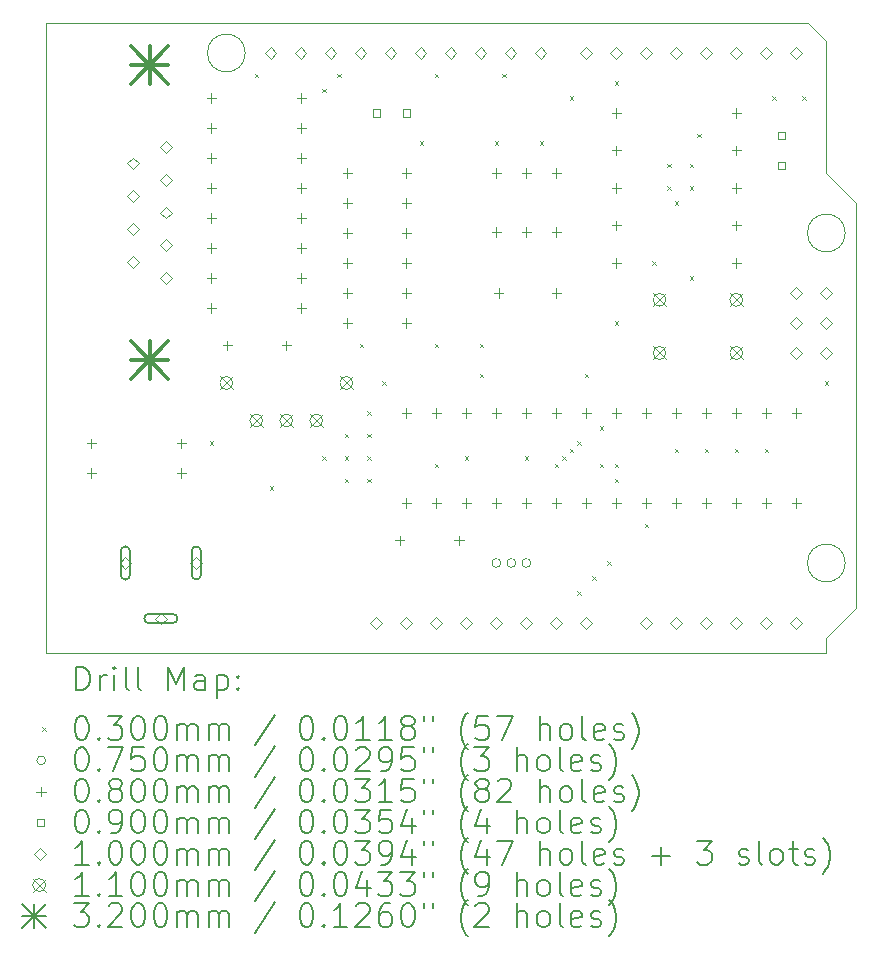
<source format=gbr>
%FSLAX45Y45*%
G04 Gerber Fmt 4.5, Leading zero omitted, Abs format (unit mm)*
G04 Created by KiCad (PCBNEW 6.0.2+dfsg-1) date 2022-11-01 12:37:29*
%MOMM*%
%LPD*%
G01*
G04 APERTURE LIST*
%TA.AperFunction,Profile*%
%ADD10C,0.100000*%
%TD*%
%ADD11C,0.200000*%
%ADD12C,0.030000*%
%ADD13C,0.075000*%
%ADD14C,0.080000*%
%ADD15C,0.090000*%
%ADD16C,0.100000*%
%ADD17C,0.110000*%
%ADD18C,0.320000*%
G04 APERTURE END LIST*
D10*
X20447000Y-10287000D02*
X13843000Y-10287000D01*
X20701000Y-6477000D02*
X20447000Y-6223000D01*
X13843000Y-10287000D02*
X13843000Y-4953000D01*
X20447000Y-10287000D02*
X20447000Y-10160000D01*
X15527000Y-5207000D02*
G75*
G03*
X15527000Y-5207000I-160000J0D01*
G01*
X20701000Y-9906000D02*
X20701000Y-6477000D01*
X20294600Y-4953000D02*
X13843000Y-4953000D01*
X20447000Y-10160000D02*
X20701000Y-9906000D01*
X20607000Y-9525000D02*
G75*
G03*
X20607000Y-9525000I-160000J0D01*
G01*
X20447000Y-6223000D02*
X20447000Y-5105400D01*
X20607000Y-6731000D02*
G75*
G03*
X20607000Y-6731000I-160000J0D01*
G01*
X20447000Y-5105400D02*
X20294600Y-4953000D01*
D11*
D12*
X15225000Y-8494000D02*
X15255000Y-8524000D01*
X15255000Y-8494000D02*
X15225000Y-8524000D01*
X15606000Y-5382500D02*
X15636000Y-5412500D01*
X15636000Y-5382500D02*
X15606000Y-5412500D01*
X15733000Y-8875000D02*
X15763000Y-8905000D01*
X15763000Y-8875000D02*
X15733000Y-8905000D01*
X16177500Y-5509500D02*
X16207500Y-5539500D01*
X16207500Y-5509500D02*
X16177500Y-5539500D01*
X16177500Y-8621000D02*
X16207500Y-8651000D01*
X16207500Y-8621000D02*
X16177500Y-8651000D01*
X16304500Y-5382500D02*
X16334500Y-5412500D01*
X16334500Y-5382500D02*
X16304500Y-5412500D01*
X16368000Y-8430500D02*
X16398000Y-8460500D01*
X16398000Y-8430500D02*
X16368000Y-8460500D01*
X16368000Y-8621000D02*
X16398000Y-8651000D01*
X16398000Y-8621000D02*
X16368000Y-8651000D01*
X16368000Y-8811500D02*
X16398000Y-8841500D01*
X16398000Y-8811500D02*
X16368000Y-8841500D01*
X16495000Y-7668500D02*
X16525000Y-7698500D01*
X16525000Y-7668500D02*
X16495000Y-7698500D01*
X16558500Y-8240000D02*
X16588500Y-8270000D01*
X16588500Y-8240000D02*
X16558500Y-8270000D01*
X16558500Y-8430500D02*
X16588500Y-8460500D01*
X16588500Y-8430500D02*
X16558500Y-8460500D01*
X16558500Y-8621000D02*
X16588500Y-8651000D01*
X16588500Y-8621000D02*
X16558500Y-8651000D01*
X16558500Y-8811500D02*
X16588500Y-8841500D01*
X16588500Y-8811500D02*
X16558500Y-8841500D01*
X16685500Y-7986000D02*
X16715500Y-8016000D01*
X16715500Y-7986000D02*
X16685500Y-8016000D01*
X17003000Y-5954000D02*
X17033000Y-5984000D01*
X17033000Y-5954000D02*
X17003000Y-5984000D01*
X17130000Y-5382500D02*
X17160000Y-5412500D01*
X17160000Y-5382500D02*
X17130000Y-5412500D01*
X17130000Y-7668500D02*
X17160000Y-7698500D01*
X17160000Y-7668500D02*
X17130000Y-7698500D01*
X17130000Y-8684500D02*
X17160000Y-8714500D01*
X17160000Y-8684500D02*
X17130000Y-8714500D01*
X17384000Y-8621000D02*
X17414000Y-8651000D01*
X17414000Y-8621000D02*
X17384000Y-8651000D01*
X17511000Y-7668500D02*
X17541000Y-7698500D01*
X17541000Y-7668500D02*
X17511000Y-7698500D01*
X17511000Y-7922500D02*
X17541000Y-7952500D01*
X17541000Y-7922500D02*
X17511000Y-7952500D01*
X17638000Y-5954000D02*
X17668000Y-5984000D01*
X17668000Y-5954000D02*
X17638000Y-5984000D01*
X17701500Y-5382500D02*
X17731500Y-5412500D01*
X17731500Y-5382500D02*
X17701500Y-5412500D01*
X17892000Y-8621000D02*
X17922000Y-8651000D01*
X17922000Y-8621000D02*
X17892000Y-8651000D01*
X18019000Y-5954000D02*
X18049000Y-5984000D01*
X18049000Y-5954000D02*
X18019000Y-5984000D01*
X18146000Y-8684500D02*
X18176000Y-8714500D01*
X18176000Y-8684500D02*
X18146000Y-8714500D01*
X18209500Y-8621000D02*
X18239500Y-8651000D01*
X18239500Y-8621000D02*
X18209500Y-8651000D01*
X18273000Y-5573000D02*
X18303000Y-5603000D01*
X18303000Y-5573000D02*
X18273000Y-5603000D01*
X18273000Y-8557500D02*
X18303000Y-8587500D01*
X18303000Y-8557500D02*
X18273000Y-8587500D01*
X18336500Y-8494000D02*
X18366500Y-8524000D01*
X18366500Y-8494000D02*
X18336500Y-8524000D01*
X18336500Y-9764000D02*
X18366500Y-9794000D01*
X18366500Y-9764000D02*
X18336500Y-9794000D01*
X18400000Y-7922500D02*
X18430000Y-7952500D01*
X18430000Y-7922500D02*
X18400000Y-7952500D01*
X18463500Y-9637000D02*
X18493500Y-9667000D01*
X18493500Y-9637000D02*
X18463500Y-9667000D01*
X18527000Y-8367000D02*
X18557000Y-8397000D01*
X18557000Y-8367000D02*
X18527000Y-8397000D01*
X18527000Y-8684500D02*
X18557000Y-8714500D01*
X18557000Y-8684500D02*
X18527000Y-8714500D01*
X18590500Y-9510000D02*
X18620500Y-9540000D01*
X18620500Y-9510000D02*
X18590500Y-9540000D01*
X18654000Y-5446000D02*
X18684000Y-5476000D01*
X18684000Y-5446000D02*
X18654000Y-5476000D01*
X18654000Y-7478000D02*
X18684000Y-7508000D01*
X18684000Y-7478000D02*
X18654000Y-7508000D01*
X18654000Y-8684500D02*
X18684000Y-8714500D01*
X18684000Y-8684500D02*
X18654000Y-8714500D01*
X18654000Y-8811500D02*
X18684000Y-8841500D01*
X18684000Y-8811500D02*
X18654000Y-8841500D01*
X18908000Y-9192500D02*
X18938000Y-9222500D01*
X18938000Y-9192500D02*
X18908000Y-9222500D01*
X18971500Y-6970000D02*
X19001500Y-7000000D01*
X19001500Y-6970000D02*
X18971500Y-7000000D01*
X19098500Y-6144500D02*
X19128500Y-6174500D01*
X19128500Y-6144500D02*
X19098500Y-6174500D01*
X19098500Y-6335000D02*
X19128500Y-6365000D01*
X19128500Y-6335000D02*
X19098500Y-6365000D01*
X19162000Y-6462000D02*
X19192000Y-6492000D01*
X19192000Y-6462000D02*
X19162000Y-6492000D01*
X19162000Y-8557500D02*
X19192000Y-8587500D01*
X19192000Y-8557500D02*
X19162000Y-8587500D01*
X19289000Y-6144500D02*
X19319000Y-6174500D01*
X19319000Y-6144500D02*
X19289000Y-6174500D01*
X19289000Y-6335000D02*
X19319000Y-6365000D01*
X19319000Y-6335000D02*
X19289000Y-6365000D01*
X19289000Y-7097000D02*
X19319000Y-7127000D01*
X19319000Y-7097000D02*
X19289000Y-7127000D01*
X19352500Y-5890500D02*
X19382500Y-5920500D01*
X19382500Y-5890500D02*
X19352500Y-5920500D01*
X19416000Y-8557500D02*
X19446000Y-8587500D01*
X19446000Y-8557500D02*
X19416000Y-8587500D01*
X19670000Y-8557500D02*
X19700000Y-8587500D01*
X19700000Y-8557500D02*
X19670000Y-8587500D01*
X19924000Y-8557500D02*
X19954000Y-8587500D01*
X19954000Y-8557500D02*
X19924000Y-8587500D01*
X19987500Y-5573000D02*
X20017500Y-5603000D01*
X20017500Y-5573000D02*
X19987500Y-5603000D01*
X20241500Y-5573000D02*
X20271500Y-5603000D01*
X20271500Y-5573000D02*
X20241500Y-5603000D01*
X20432000Y-7986000D02*
X20462000Y-8016000D01*
X20462000Y-7986000D02*
X20432000Y-8016000D01*
D13*
X17690500Y-9525000D02*
G75*
G03*
X17690500Y-9525000I-37500J0D01*
G01*
X17817500Y-9525000D02*
G75*
G03*
X17817500Y-9525000I-37500J0D01*
G01*
X17944500Y-9525000D02*
G75*
G03*
X17944500Y-9525000I-37500J0D01*
G01*
D14*
X14224000Y-8473000D02*
X14224000Y-8553000D01*
X14184000Y-8513000D02*
X14264000Y-8513000D01*
X14224000Y-8723000D02*
X14224000Y-8803000D01*
X14184000Y-8763000D02*
X14264000Y-8763000D01*
X14986000Y-8473000D02*
X14986000Y-8553000D01*
X14946000Y-8513000D02*
X15026000Y-8513000D01*
X14986000Y-8723000D02*
X14986000Y-8803000D01*
X14946000Y-8763000D02*
X15026000Y-8763000D01*
X15240000Y-5548000D02*
X15240000Y-5628000D01*
X15200000Y-5588000D02*
X15280000Y-5588000D01*
X15240000Y-5802000D02*
X15240000Y-5882000D01*
X15200000Y-5842000D02*
X15280000Y-5842000D01*
X15240000Y-6056000D02*
X15240000Y-6136000D01*
X15200000Y-6096000D02*
X15280000Y-6096000D01*
X15240000Y-6310000D02*
X15240000Y-6390000D01*
X15200000Y-6350000D02*
X15280000Y-6350000D01*
X15240000Y-6564000D02*
X15240000Y-6644000D01*
X15200000Y-6604000D02*
X15280000Y-6604000D01*
X15240000Y-6818000D02*
X15240000Y-6898000D01*
X15200000Y-6858000D02*
X15280000Y-6858000D01*
X15240000Y-7072000D02*
X15240000Y-7152000D01*
X15200000Y-7112000D02*
X15280000Y-7112000D01*
X15240000Y-7326000D02*
X15240000Y-7406000D01*
X15200000Y-7366000D02*
X15280000Y-7366000D01*
X15375000Y-7643500D02*
X15375000Y-7723500D01*
X15335000Y-7683500D02*
X15415000Y-7683500D01*
X15875000Y-7643500D02*
X15875000Y-7723500D01*
X15835000Y-7683500D02*
X15915000Y-7683500D01*
X16002000Y-5548000D02*
X16002000Y-5628000D01*
X15962000Y-5588000D02*
X16042000Y-5588000D01*
X16002000Y-5802000D02*
X16002000Y-5882000D01*
X15962000Y-5842000D02*
X16042000Y-5842000D01*
X16002000Y-6056000D02*
X16002000Y-6136000D01*
X15962000Y-6096000D02*
X16042000Y-6096000D01*
X16002000Y-6310000D02*
X16002000Y-6390000D01*
X15962000Y-6350000D02*
X16042000Y-6350000D01*
X16002000Y-6564000D02*
X16002000Y-6644000D01*
X15962000Y-6604000D02*
X16042000Y-6604000D01*
X16002000Y-6818000D02*
X16002000Y-6898000D01*
X15962000Y-6858000D02*
X16042000Y-6858000D01*
X16002000Y-7072000D02*
X16002000Y-7152000D01*
X15962000Y-7112000D02*
X16042000Y-7112000D01*
X16002000Y-7326000D02*
X16002000Y-7406000D01*
X15962000Y-7366000D02*
X16042000Y-7366000D01*
X16391000Y-6183000D02*
X16391000Y-6263000D01*
X16351000Y-6223000D02*
X16431000Y-6223000D01*
X16391000Y-6437000D02*
X16391000Y-6517000D01*
X16351000Y-6477000D02*
X16431000Y-6477000D01*
X16391000Y-6691000D02*
X16391000Y-6771000D01*
X16351000Y-6731000D02*
X16431000Y-6731000D01*
X16391000Y-6945000D02*
X16391000Y-7025000D01*
X16351000Y-6985000D02*
X16431000Y-6985000D01*
X16391000Y-7199000D02*
X16391000Y-7279000D01*
X16351000Y-7239000D02*
X16431000Y-7239000D01*
X16391000Y-7453000D02*
X16391000Y-7533000D01*
X16351000Y-7493000D02*
X16431000Y-7493000D01*
X16835500Y-9294500D02*
X16835500Y-9374500D01*
X16795500Y-9334500D02*
X16875500Y-9334500D01*
X16891000Y-6183000D02*
X16891000Y-6263000D01*
X16851000Y-6223000D02*
X16931000Y-6223000D01*
X16891000Y-6437000D02*
X16891000Y-6517000D01*
X16851000Y-6477000D02*
X16931000Y-6477000D01*
X16891000Y-6691000D02*
X16891000Y-6771000D01*
X16851000Y-6731000D02*
X16931000Y-6731000D01*
X16891000Y-6945000D02*
X16891000Y-7025000D01*
X16851000Y-6985000D02*
X16931000Y-6985000D01*
X16891000Y-7199000D02*
X16891000Y-7279000D01*
X16851000Y-7239000D02*
X16931000Y-7239000D01*
X16891000Y-7453000D02*
X16891000Y-7533000D01*
X16851000Y-7493000D02*
X16931000Y-7493000D01*
X16891000Y-8215000D02*
X16891000Y-8295000D01*
X16851000Y-8255000D02*
X16931000Y-8255000D01*
X16891000Y-8977000D02*
X16891000Y-9057000D01*
X16851000Y-9017000D02*
X16931000Y-9017000D01*
X17145000Y-8215000D02*
X17145000Y-8295000D01*
X17105000Y-8255000D02*
X17185000Y-8255000D01*
X17145000Y-8977000D02*
X17145000Y-9057000D01*
X17105000Y-9017000D02*
X17185000Y-9017000D01*
X17335500Y-9294500D02*
X17335500Y-9374500D01*
X17295500Y-9334500D02*
X17375500Y-9334500D01*
X17399000Y-8215000D02*
X17399000Y-8295000D01*
X17359000Y-8255000D02*
X17439000Y-8255000D01*
X17399000Y-8977000D02*
X17399000Y-9057000D01*
X17359000Y-9017000D02*
X17439000Y-9017000D01*
X17653000Y-6183000D02*
X17653000Y-6263000D01*
X17613000Y-6223000D02*
X17693000Y-6223000D01*
X17653000Y-6683000D02*
X17653000Y-6763000D01*
X17613000Y-6723000D02*
X17693000Y-6723000D01*
X17653000Y-8215000D02*
X17653000Y-8295000D01*
X17613000Y-8255000D02*
X17693000Y-8255000D01*
X17653000Y-8977000D02*
X17653000Y-9057000D01*
X17613000Y-9017000D02*
X17693000Y-9017000D01*
X17673000Y-7199000D02*
X17673000Y-7279000D01*
X17633000Y-7239000D02*
X17713000Y-7239000D01*
X17907000Y-6183000D02*
X17907000Y-6263000D01*
X17867000Y-6223000D02*
X17947000Y-6223000D01*
X17907000Y-6683000D02*
X17907000Y-6763000D01*
X17867000Y-6723000D02*
X17947000Y-6723000D01*
X17907000Y-8215000D02*
X17907000Y-8295000D01*
X17867000Y-8255000D02*
X17947000Y-8255000D01*
X17907000Y-8977000D02*
X17907000Y-9057000D01*
X17867000Y-9017000D02*
X17947000Y-9017000D01*
X18161000Y-6183000D02*
X18161000Y-6263000D01*
X18121000Y-6223000D02*
X18201000Y-6223000D01*
X18161000Y-6683000D02*
X18161000Y-6763000D01*
X18121000Y-6723000D02*
X18201000Y-6723000D01*
X18161000Y-7199000D02*
X18161000Y-7279000D01*
X18121000Y-7239000D02*
X18201000Y-7239000D01*
X18161000Y-8215000D02*
X18161000Y-8295000D01*
X18121000Y-8255000D02*
X18201000Y-8255000D01*
X18161000Y-8977000D02*
X18161000Y-9057000D01*
X18121000Y-9017000D02*
X18201000Y-9017000D01*
X18415000Y-8215000D02*
X18415000Y-8295000D01*
X18375000Y-8255000D02*
X18455000Y-8255000D01*
X18415000Y-8977000D02*
X18415000Y-9057000D01*
X18375000Y-9017000D02*
X18455000Y-9017000D01*
X18669000Y-5675000D02*
X18669000Y-5755000D01*
X18629000Y-5715000D02*
X18709000Y-5715000D01*
X18669000Y-5992500D02*
X18669000Y-6072500D01*
X18629000Y-6032500D02*
X18709000Y-6032500D01*
X18669000Y-6310000D02*
X18669000Y-6390000D01*
X18629000Y-6350000D02*
X18709000Y-6350000D01*
X18669000Y-6627500D02*
X18669000Y-6707500D01*
X18629000Y-6667500D02*
X18709000Y-6667500D01*
X18669000Y-6945000D02*
X18669000Y-7025000D01*
X18629000Y-6985000D02*
X18709000Y-6985000D01*
X18669000Y-8215000D02*
X18669000Y-8295000D01*
X18629000Y-8255000D02*
X18709000Y-8255000D01*
X18669000Y-8977000D02*
X18669000Y-9057000D01*
X18629000Y-9017000D02*
X18709000Y-9017000D01*
X18923000Y-8215000D02*
X18923000Y-8295000D01*
X18883000Y-8255000D02*
X18963000Y-8255000D01*
X18923000Y-8977000D02*
X18923000Y-9057000D01*
X18883000Y-9017000D02*
X18963000Y-9017000D01*
X19177000Y-8215000D02*
X19177000Y-8295000D01*
X19137000Y-8255000D02*
X19217000Y-8255000D01*
X19177000Y-8977000D02*
X19177000Y-9057000D01*
X19137000Y-9017000D02*
X19217000Y-9017000D01*
X19431000Y-8215000D02*
X19431000Y-8295000D01*
X19391000Y-8255000D02*
X19471000Y-8255000D01*
X19431000Y-8977000D02*
X19431000Y-9057000D01*
X19391000Y-9017000D02*
X19471000Y-9017000D01*
X19685000Y-5675000D02*
X19685000Y-5755000D01*
X19645000Y-5715000D02*
X19725000Y-5715000D01*
X19685000Y-5992500D02*
X19685000Y-6072500D01*
X19645000Y-6032500D02*
X19725000Y-6032500D01*
X19685000Y-6310000D02*
X19685000Y-6390000D01*
X19645000Y-6350000D02*
X19725000Y-6350000D01*
X19685000Y-6627500D02*
X19685000Y-6707500D01*
X19645000Y-6667500D02*
X19725000Y-6667500D01*
X19685000Y-6945000D02*
X19685000Y-7025000D01*
X19645000Y-6985000D02*
X19725000Y-6985000D01*
X19685000Y-8215000D02*
X19685000Y-8295000D01*
X19645000Y-8255000D02*
X19725000Y-8255000D01*
X19685000Y-8977000D02*
X19685000Y-9057000D01*
X19645000Y-9017000D02*
X19725000Y-9017000D01*
X19939000Y-8215000D02*
X19939000Y-8295000D01*
X19899000Y-8255000D02*
X19979000Y-8255000D01*
X19939000Y-8977000D02*
X19939000Y-9057000D01*
X19899000Y-9017000D02*
X19979000Y-9017000D01*
X20193000Y-8215000D02*
X20193000Y-8295000D01*
X20153000Y-8255000D02*
X20233000Y-8255000D01*
X20193000Y-8977000D02*
X20193000Y-9057000D01*
X20153000Y-9017000D02*
X20233000Y-9017000D01*
D15*
X16668820Y-5746820D02*
X16668820Y-5683180D01*
X16605180Y-5683180D01*
X16605180Y-5746820D01*
X16668820Y-5746820D01*
X16922820Y-5746820D02*
X16922820Y-5683180D01*
X16859180Y-5683180D01*
X16859180Y-5746820D01*
X16922820Y-5746820D01*
X20097820Y-5937320D02*
X20097820Y-5873680D01*
X20034180Y-5873680D01*
X20034180Y-5937320D01*
X20097820Y-5937320D01*
X20097820Y-6191320D02*
X20097820Y-6127680D01*
X20034180Y-6127680D01*
X20034180Y-6191320D01*
X20097820Y-6191320D01*
D16*
X14513000Y-9575000D02*
X14563000Y-9525000D01*
X14513000Y-9475000D01*
X14463000Y-9525000D01*
X14513000Y-9575000D01*
D11*
X14473000Y-9425000D02*
X14473000Y-9625000D01*
X14553000Y-9425000D02*
X14553000Y-9625000D01*
X14473000Y-9625000D02*
G75*
G03*
X14553000Y-9625000I40000J0D01*
G01*
X14553000Y-9425000D02*
G75*
G03*
X14473000Y-9425000I-40000J0D01*
G01*
D16*
X14575000Y-6192500D02*
X14625000Y-6142500D01*
X14575000Y-6092500D01*
X14525000Y-6142500D01*
X14575000Y-6192500D01*
X14575000Y-6469500D02*
X14625000Y-6419500D01*
X14575000Y-6369500D01*
X14525000Y-6419500D01*
X14575000Y-6469500D01*
X14575000Y-6746500D02*
X14625000Y-6696500D01*
X14575000Y-6646500D01*
X14525000Y-6696500D01*
X14575000Y-6746500D01*
X14575000Y-7023500D02*
X14625000Y-6973500D01*
X14575000Y-6923500D01*
X14525000Y-6973500D01*
X14575000Y-7023500D01*
X14813000Y-10045000D02*
X14863000Y-9995000D01*
X14813000Y-9945000D01*
X14763000Y-9995000D01*
X14813000Y-10045000D01*
D11*
X14713000Y-10035000D02*
X14913000Y-10035000D01*
X14713000Y-9955000D02*
X14913000Y-9955000D01*
X14913000Y-10035000D02*
G75*
G03*
X14913000Y-9955000I0J40000D01*
G01*
X14713000Y-9955000D02*
G75*
G03*
X14713000Y-10035000I0J-40000D01*
G01*
D16*
X14859000Y-6054000D02*
X14909000Y-6004000D01*
X14859000Y-5954000D01*
X14809000Y-6004000D01*
X14859000Y-6054000D01*
X14859000Y-6331000D02*
X14909000Y-6281000D01*
X14859000Y-6231000D01*
X14809000Y-6281000D01*
X14859000Y-6331000D01*
X14859000Y-6608000D02*
X14909000Y-6558000D01*
X14859000Y-6508000D01*
X14809000Y-6558000D01*
X14859000Y-6608000D01*
X14859000Y-6885000D02*
X14909000Y-6835000D01*
X14859000Y-6785000D01*
X14809000Y-6835000D01*
X14859000Y-6885000D01*
X14859000Y-7162000D02*
X14909000Y-7112000D01*
X14859000Y-7062000D01*
X14809000Y-7112000D01*
X14859000Y-7162000D01*
X15113000Y-9575000D02*
X15163000Y-9525000D01*
X15113000Y-9475000D01*
X15063000Y-9525000D01*
X15113000Y-9575000D01*
D11*
X15073000Y-9425000D02*
X15073000Y-9625000D01*
X15153000Y-9425000D02*
X15153000Y-9625000D01*
X15073000Y-9625000D02*
G75*
G03*
X15153000Y-9625000I40000J0D01*
G01*
X15153000Y-9425000D02*
G75*
G03*
X15073000Y-9425000I-40000J0D01*
G01*
D16*
X15742000Y-5259500D02*
X15792000Y-5209500D01*
X15742000Y-5159500D01*
X15692000Y-5209500D01*
X15742000Y-5259500D01*
X15996000Y-5259500D02*
X16046000Y-5209500D01*
X15996000Y-5159500D01*
X15946000Y-5209500D01*
X15996000Y-5259500D01*
X16250000Y-5259500D02*
X16300000Y-5209500D01*
X16250000Y-5159500D01*
X16200000Y-5209500D01*
X16250000Y-5259500D01*
X16504000Y-5259500D02*
X16554000Y-5209500D01*
X16504000Y-5159500D01*
X16454000Y-5209500D01*
X16504000Y-5259500D01*
X16637000Y-10083000D02*
X16687000Y-10033000D01*
X16637000Y-9983000D01*
X16587000Y-10033000D01*
X16637000Y-10083000D01*
X16758000Y-5259500D02*
X16808000Y-5209500D01*
X16758000Y-5159500D01*
X16708000Y-5209500D01*
X16758000Y-5259500D01*
X16891000Y-10083000D02*
X16941000Y-10033000D01*
X16891000Y-9983000D01*
X16841000Y-10033000D01*
X16891000Y-10083000D01*
X17012000Y-5259500D02*
X17062000Y-5209500D01*
X17012000Y-5159500D01*
X16962000Y-5209500D01*
X17012000Y-5259500D01*
X17145000Y-10083000D02*
X17195000Y-10033000D01*
X17145000Y-9983000D01*
X17095000Y-10033000D01*
X17145000Y-10083000D01*
X17266000Y-5259500D02*
X17316000Y-5209500D01*
X17266000Y-5159500D01*
X17216000Y-5209500D01*
X17266000Y-5259500D01*
X17399000Y-10083000D02*
X17449000Y-10033000D01*
X17399000Y-9983000D01*
X17349000Y-10033000D01*
X17399000Y-10083000D01*
X17520000Y-5259500D02*
X17570000Y-5209500D01*
X17520000Y-5159500D01*
X17470000Y-5209500D01*
X17520000Y-5259500D01*
X17653000Y-10083000D02*
X17703000Y-10033000D01*
X17653000Y-9983000D01*
X17603000Y-10033000D01*
X17653000Y-10083000D01*
X17774000Y-5259500D02*
X17824000Y-5209500D01*
X17774000Y-5159500D01*
X17724000Y-5209500D01*
X17774000Y-5259500D01*
X17907000Y-10083000D02*
X17957000Y-10033000D01*
X17907000Y-9983000D01*
X17857000Y-10033000D01*
X17907000Y-10083000D01*
X18028000Y-5259500D02*
X18078000Y-5209500D01*
X18028000Y-5159500D01*
X17978000Y-5209500D01*
X18028000Y-5259500D01*
X18161000Y-10083000D02*
X18211000Y-10033000D01*
X18161000Y-9983000D01*
X18111000Y-10033000D01*
X18161000Y-10083000D01*
X18415000Y-5257000D02*
X18465000Y-5207000D01*
X18415000Y-5157000D01*
X18365000Y-5207000D01*
X18415000Y-5257000D01*
X18415000Y-10083000D02*
X18465000Y-10033000D01*
X18415000Y-9983000D01*
X18365000Y-10033000D01*
X18415000Y-10083000D01*
X18669000Y-5257000D02*
X18719000Y-5207000D01*
X18669000Y-5157000D01*
X18619000Y-5207000D01*
X18669000Y-5257000D01*
X18920500Y-10085500D02*
X18970500Y-10035500D01*
X18920500Y-9985500D01*
X18870500Y-10035500D01*
X18920500Y-10085500D01*
X18923000Y-5257000D02*
X18973000Y-5207000D01*
X18923000Y-5157000D01*
X18873000Y-5207000D01*
X18923000Y-5257000D01*
X19174500Y-10085500D02*
X19224500Y-10035500D01*
X19174500Y-9985500D01*
X19124500Y-10035500D01*
X19174500Y-10085500D01*
X19177000Y-5257000D02*
X19227000Y-5207000D01*
X19177000Y-5157000D01*
X19127000Y-5207000D01*
X19177000Y-5257000D01*
X19428500Y-10085500D02*
X19478500Y-10035500D01*
X19428500Y-9985500D01*
X19378500Y-10035500D01*
X19428500Y-10085500D01*
X19431000Y-5257000D02*
X19481000Y-5207000D01*
X19431000Y-5157000D01*
X19381000Y-5207000D01*
X19431000Y-5257000D01*
X19682500Y-10085500D02*
X19732500Y-10035500D01*
X19682500Y-9985500D01*
X19632500Y-10035500D01*
X19682500Y-10085500D01*
X19685000Y-5257000D02*
X19735000Y-5207000D01*
X19685000Y-5157000D01*
X19635000Y-5207000D01*
X19685000Y-5257000D01*
X19936500Y-10085500D02*
X19986500Y-10035500D01*
X19936500Y-9985500D01*
X19886500Y-10035500D01*
X19936500Y-10085500D01*
X19939000Y-5257000D02*
X19989000Y-5207000D01*
X19939000Y-5157000D01*
X19889000Y-5207000D01*
X19939000Y-5257000D01*
X20190500Y-10085500D02*
X20240500Y-10035500D01*
X20190500Y-9985500D01*
X20140500Y-10035500D01*
X20190500Y-10085500D01*
X20193000Y-5257000D02*
X20243000Y-5207000D01*
X20193000Y-5157000D01*
X20143000Y-5207000D01*
X20193000Y-5257000D01*
X20193000Y-7289000D02*
X20243000Y-7239000D01*
X20193000Y-7189000D01*
X20143000Y-7239000D01*
X20193000Y-7289000D01*
X20193000Y-7543000D02*
X20243000Y-7493000D01*
X20193000Y-7443000D01*
X20143000Y-7493000D01*
X20193000Y-7543000D01*
X20193000Y-7797000D02*
X20243000Y-7747000D01*
X20193000Y-7697000D01*
X20143000Y-7747000D01*
X20193000Y-7797000D01*
X20447000Y-7289000D02*
X20497000Y-7239000D01*
X20447000Y-7189000D01*
X20397000Y-7239000D01*
X20447000Y-7289000D01*
X20447000Y-7543000D02*
X20497000Y-7493000D01*
X20447000Y-7443000D01*
X20397000Y-7493000D01*
X20447000Y-7543000D01*
X20447000Y-7797000D02*
X20497000Y-7747000D01*
X20447000Y-7697000D01*
X20397000Y-7747000D01*
X20447000Y-7797000D01*
D17*
X15312000Y-7946000D02*
X15422000Y-8056000D01*
X15422000Y-7946000D02*
X15312000Y-8056000D01*
X15422000Y-8001000D02*
G75*
G03*
X15422000Y-8001000I-55000J0D01*
G01*
X15566000Y-8263500D02*
X15676000Y-8373500D01*
X15676000Y-8263500D02*
X15566000Y-8373500D01*
X15676000Y-8318500D02*
G75*
G03*
X15676000Y-8318500I-55000J0D01*
G01*
X15820000Y-8263500D02*
X15930000Y-8373500D01*
X15930000Y-8263500D02*
X15820000Y-8373500D01*
X15930000Y-8318500D02*
G75*
G03*
X15930000Y-8318500I-55000J0D01*
G01*
X16074000Y-8263500D02*
X16184000Y-8373500D01*
X16184000Y-8263500D02*
X16074000Y-8373500D01*
X16184000Y-8318500D02*
G75*
G03*
X16184000Y-8318500I-55000J0D01*
G01*
X16328000Y-7946000D02*
X16438000Y-8056000D01*
X16438000Y-7946000D02*
X16328000Y-8056000D01*
X16438000Y-8001000D02*
G75*
G03*
X16438000Y-8001000I-55000J0D01*
G01*
X18980000Y-7242000D02*
X19090000Y-7352000D01*
X19090000Y-7242000D02*
X18980000Y-7352000D01*
X19090000Y-7297000D02*
G75*
G03*
X19090000Y-7297000I-55000J0D01*
G01*
X18980000Y-7692000D02*
X19090000Y-7802000D01*
X19090000Y-7692000D02*
X18980000Y-7802000D01*
X19090000Y-7747000D02*
G75*
G03*
X19090000Y-7747000I-55000J0D01*
G01*
X19630000Y-7242000D02*
X19740000Y-7352000D01*
X19740000Y-7242000D02*
X19630000Y-7352000D01*
X19740000Y-7297000D02*
G75*
G03*
X19740000Y-7297000I-55000J0D01*
G01*
X19630000Y-7692000D02*
X19740000Y-7802000D01*
X19740000Y-7692000D02*
X19630000Y-7802000D01*
X19740000Y-7747000D02*
G75*
G03*
X19740000Y-7747000I-55000J0D01*
G01*
D18*
X14557000Y-5148000D02*
X14877000Y-5468000D01*
X14877000Y-5148000D02*
X14557000Y-5468000D01*
X14717000Y-5148000D02*
X14717000Y-5468000D01*
X14557000Y-5308000D02*
X14877000Y-5308000D01*
X14557000Y-7648000D02*
X14877000Y-7968000D01*
X14877000Y-7648000D02*
X14557000Y-7968000D01*
X14717000Y-7648000D02*
X14717000Y-7968000D01*
X14557000Y-7808000D02*
X14877000Y-7808000D01*
D11*
X14095619Y-10602476D02*
X14095619Y-10402476D01*
X14143238Y-10402476D01*
X14171809Y-10412000D01*
X14190857Y-10431048D01*
X14200381Y-10450095D01*
X14209905Y-10488190D01*
X14209905Y-10516762D01*
X14200381Y-10554857D01*
X14190857Y-10573905D01*
X14171809Y-10592952D01*
X14143238Y-10602476D01*
X14095619Y-10602476D01*
X14295619Y-10602476D02*
X14295619Y-10469143D01*
X14295619Y-10507238D02*
X14305143Y-10488190D01*
X14314667Y-10478667D01*
X14333714Y-10469143D01*
X14352762Y-10469143D01*
X14419428Y-10602476D02*
X14419428Y-10469143D01*
X14419428Y-10402476D02*
X14409905Y-10412000D01*
X14419428Y-10421524D01*
X14428952Y-10412000D01*
X14419428Y-10402476D01*
X14419428Y-10421524D01*
X14543238Y-10602476D02*
X14524190Y-10592952D01*
X14514667Y-10573905D01*
X14514667Y-10402476D01*
X14648000Y-10602476D02*
X14628952Y-10592952D01*
X14619428Y-10573905D01*
X14619428Y-10402476D01*
X14876571Y-10602476D02*
X14876571Y-10402476D01*
X14943238Y-10545333D01*
X15009905Y-10402476D01*
X15009905Y-10602476D01*
X15190857Y-10602476D02*
X15190857Y-10497714D01*
X15181333Y-10478667D01*
X15162286Y-10469143D01*
X15124190Y-10469143D01*
X15105143Y-10478667D01*
X15190857Y-10592952D02*
X15171809Y-10602476D01*
X15124190Y-10602476D01*
X15105143Y-10592952D01*
X15095619Y-10573905D01*
X15095619Y-10554857D01*
X15105143Y-10535810D01*
X15124190Y-10526286D01*
X15171809Y-10526286D01*
X15190857Y-10516762D01*
X15286095Y-10469143D02*
X15286095Y-10669143D01*
X15286095Y-10478667D02*
X15305143Y-10469143D01*
X15343238Y-10469143D01*
X15362286Y-10478667D01*
X15371809Y-10488190D01*
X15381333Y-10507238D01*
X15381333Y-10564381D01*
X15371809Y-10583429D01*
X15362286Y-10592952D01*
X15343238Y-10602476D01*
X15305143Y-10602476D01*
X15286095Y-10592952D01*
X15467048Y-10583429D02*
X15476571Y-10592952D01*
X15467048Y-10602476D01*
X15457524Y-10592952D01*
X15467048Y-10583429D01*
X15467048Y-10602476D01*
X15467048Y-10478667D02*
X15476571Y-10488190D01*
X15467048Y-10497714D01*
X15457524Y-10488190D01*
X15467048Y-10478667D01*
X15467048Y-10497714D01*
D12*
X13808000Y-10917000D02*
X13838000Y-10947000D01*
X13838000Y-10917000D02*
X13808000Y-10947000D01*
D11*
X14133714Y-10822476D02*
X14152762Y-10822476D01*
X14171809Y-10832000D01*
X14181333Y-10841524D01*
X14190857Y-10860571D01*
X14200381Y-10898667D01*
X14200381Y-10946286D01*
X14190857Y-10984381D01*
X14181333Y-11003429D01*
X14171809Y-11012952D01*
X14152762Y-11022476D01*
X14133714Y-11022476D01*
X14114667Y-11012952D01*
X14105143Y-11003429D01*
X14095619Y-10984381D01*
X14086095Y-10946286D01*
X14086095Y-10898667D01*
X14095619Y-10860571D01*
X14105143Y-10841524D01*
X14114667Y-10832000D01*
X14133714Y-10822476D01*
X14286095Y-11003429D02*
X14295619Y-11012952D01*
X14286095Y-11022476D01*
X14276571Y-11012952D01*
X14286095Y-11003429D01*
X14286095Y-11022476D01*
X14362286Y-10822476D02*
X14486095Y-10822476D01*
X14419428Y-10898667D01*
X14448000Y-10898667D01*
X14467048Y-10908190D01*
X14476571Y-10917714D01*
X14486095Y-10936762D01*
X14486095Y-10984381D01*
X14476571Y-11003429D01*
X14467048Y-11012952D01*
X14448000Y-11022476D01*
X14390857Y-11022476D01*
X14371809Y-11012952D01*
X14362286Y-11003429D01*
X14609905Y-10822476D02*
X14628952Y-10822476D01*
X14648000Y-10832000D01*
X14657524Y-10841524D01*
X14667048Y-10860571D01*
X14676571Y-10898667D01*
X14676571Y-10946286D01*
X14667048Y-10984381D01*
X14657524Y-11003429D01*
X14648000Y-11012952D01*
X14628952Y-11022476D01*
X14609905Y-11022476D01*
X14590857Y-11012952D01*
X14581333Y-11003429D01*
X14571809Y-10984381D01*
X14562286Y-10946286D01*
X14562286Y-10898667D01*
X14571809Y-10860571D01*
X14581333Y-10841524D01*
X14590857Y-10832000D01*
X14609905Y-10822476D01*
X14800381Y-10822476D02*
X14819428Y-10822476D01*
X14838476Y-10832000D01*
X14848000Y-10841524D01*
X14857524Y-10860571D01*
X14867048Y-10898667D01*
X14867048Y-10946286D01*
X14857524Y-10984381D01*
X14848000Y-11003429D01*
X14838476Y-11012952D01*
X14819428Y-11022476D01*
X14800381Y-11022476D01*
X14781333Y-11012952D01*
X14771809Y-11003429D01*
X14762286Y-10984381D01*
X14752762Y-10946286D01*
X14752762Y-10898667D01*
X14762286Y-10860571D01*
X14771809Y-10841524D01*
X14781333Y-10832000D01*
X14800381Y-10822476D01*
X14952762Y-11022476D02*
X14952762Y-10889143D01*
X14952762Y-10908190D02*
X14962286Y-10898667D01*
X14981333Y-10889143D01*
X15009905Y-10889143D01*
X15028952Y-10898667D01*
X15038476Y-10917714D01*
X15038476Y-11022476D01*
X15038476Y-10917714D02*
X15048000Y-10898667D01*
X15067048Y-10889143D01*
X15095619Y-10889143D01*
X15114667Y-10898667D01*
X15124190Y-10917714D01*
X15124190Y-11022476D01*
X15219428Y-11022476D02*
X15219428Y-10889143D01*
X15219428Y-10908190D02*
X15228952Y-10898667D01*
X15248000Y-10889143D01*
X15276571Y-10889143D01*
X15295619Y-10898667D01*
X15305143Y-10917714D01*
X15305143Y-11022476D01*
X15305143Y-10917714D02*
X15314667Y-10898667D01*
X15333714Y-10889143D01*
X15362286Y-10889143D01*
X15381333Y-10898667D01*
X15390857Y-10917714D01*
X15390857Y-11022476D01*
X15781333Y-10812952D02*
X15609905Y-11070095D01*
X16038476Y-10822476D02*
X16057524Y-10822476D01*
X16076571Y-10832000D01*
X16086095Y-10841524D01*
X16095619Y-10860571D01*
X16105143Y-10898667D01*
X16105143Y-10946286D01*
X16095619Y-10984381D01*
X16086095Y-11003429D01*
X16076571Y-11012952D01*
X16057524Y-11022476D01*
X16038476Y-11022476D01*
X16019428Y-11012952D01*
X16009905Y-11003429D01*
X16000381Y-10984381D01*
X15990857Y-10946286D01*
X15990857Y-10898667D01*
X16000381Y-10860571D01*
X16009905Y-10841524D01*
X16019428Y-10832000D01*
X16038476Y-10822476D01*
X16190857Y-11003429D02*
X16200381Y-11012952D01*
X16190857Y-11022476D01*
X16181333Y-11012952D01*
X16190857Y-11003429D01*
X16190857Y-11022476D01*
X16324190Y-10822476D02*
X16343238Y-10822476D01*
X16362286Y-10832000D01*
X16371809Y-10841524D01*
X16381333Y-10860571D01*
X16390857Y-10898667D01*
X16390857Y-10946286D01*
X16381333Y-10984381D01*
X16371809Y-11003429D01*
X16362286Y-11012952D01*
X16343238Y-11022476D01*
X16324190Y-11022476D01*
X16305143Y-11012952D01*
X16295619Y-11003429D01*
X16286095Y-10984381D01*
X16276571Y-10946286D01*
X16276571Y-10898667D01*
X16286095Y-10860571D01*
X16295619Y-10841524D01*
X16305143Y-10832000D01*
X16324190Y-10822476D01*
X16581333Y-11022476D02*
X16467048Y-11022476D01*
X16524190Y-11022476D02*
X16524190Y-10822476D01*
X16505143Y-10851048D01*
X16486095Y-10870095D01*
X16467048Y-10879619D01*
X16771809Y-11022476D02*
X16657524Y-11022476D01*
X16714667Y-11022476D02*
X16714667Y-10822476D01*
X16695619Y-10851048D01*
X16676571Y-10870095D01*
X16657524Y-10879619D01*
X16886095Y-10908190D02*
X16867048Y-10898667D01*
X16857524Y-10889143D01*
X16848000Y-10870095D01*
X16848000Y-10860571D01*
X16857524Y-10841524D01*
X16867048Y-10832000D01*
X16886095Y-10822476D01*
X16924190Y-10822476D01*
X16943238Y-10832000D01*
X16952762Y-10841524D01*
X16962286Y-10860571D01*
X16962286Y-10870095D01*
X16952762Y-10889143D01*
X16943238Y-10898667D01*
X16924190Y-10908190D01*
X16886095Y-10908190D01*
X16867048Y-10917714D01*
X16857524Y-10927238D01*
X16848000Y-10946286D01*
X16848000Y-10984381D01*
X16857524Y-11003429D01*
X16867048Y-11012952D01*
X16886095Y-11022476D01*
X16924190Y-11022476D01*
X16943238Y-11012952D01*
X16952762Y-11003429D01*
X16962286Y-10984381D01*
X16962286Y-10946286D01*
X16952762Y-10927238D01*
X16943238Y-10917714D01*
X16924190Y-10908190D01*
X17038476Y-10822476D02*
X17038476Y-10860571D01*
X17114667Y-10822476D02*
X17114667Y-10860571D01*
X17409905Y-11098667D02*
X17400381Y-11089143D01*
X17381333Y-11060571D01*
X17371810Y-11041524D01*
X17362286Y-11012952D01*
X17352762Y-10965333D01*
X17352762Y-10927238D01*
X17362286Y-10879619D01*
X17371810Y-10851048D01*
X17381333Y-10832000D01*
X17400381Y-10803429D01*
X17409905Y-10793905D01*
X17581333Y-10822476D02*
X17486095Y-10822476D01*
X17476571Y-10917714D01*
X17486095Y-10908190D01*
X17505143Y-10898667D01*
X17552762Y-10898667D01*
X17571810Y-10908190D01*
X17581333Y-10917714D01*
X17590857Y-10936762D01*
X17590857Y-10984381D01*
X17581333Y-11003429D01*
X17571810Y-11012952D01*
X17552762Y-11022476D01*
X17505143Y-11022476D01*
X17486095Y-11012952D01*
X17476571Y-11003429D01*
X17657524Y-10822476D02*
X17790857Y-10822476D01*
X17705143Y-11022476D01*
X18019429Y-11022476D02*
X18019429Y-10822476D01*
X18105143Y-11022476D02*
X18105143Y-10917714D01*
X18095619Y-10898667D01*
X18076571Y-10889143D01*
X18048000Y-10889143D01*
X18028952Y-10898667D01*
X18019429Y-10908190D01*
X18228952Y-11022476D02*
X18209905Y-11012952D01*
X18200381Y-11003429D01*
X18190857Y-10984381D01*
X18190857Y-10927238D01*
X18200381Y-10908190D01*
X18209905Y-10898667D01*
X18228952Y-10889143D01*
X18257524Y-10889143D01*
X18276571Y-10898667D01*
X18286095Y-10908190D01*
X18295619Y-10927238D01*
X18295619Y-10984381D01*
X18286095Y-11003429D01*
X18276571Y-11012952D01*
X18257524Y-11022476D01*
X18228952Y-11022476D01*
X18409905Y-11022476D02*
X18390857Y-11012952D01*
X18381333Y-10993905D01*
X18381333Y-10822476D01*
X18562286Y-11012952D02*
X18543238Y-11022476D01*
X18505143Y-11022476D01*
X18486095Y-11012952D01*
X18476571Y-10993905D01*
X18476571Y-10917714D01*
X18486095Y-10898667D01*
X18505143Y-10889143D01*
X18543238Y-10889143D01*
X18562286Y-10898667D01*
X18571810Y-10917714D01*
X18571810Y-10936762D01*
X18476571Y-10955810D01*
X18648000Y-11012952D02*
X18667048Y-11022476D01*
X18705143Y-11022476D01*
X18724190Y-11012952D01*
X18733714Y-10993905D01*
X18733714Y-10984381D01*
X18724190Y-10965333D01*
X18705143Y-10955810D01*
X18676571Y-10955810D01*
X18657524Y-10946286D01*
X18648000Y-10927238D01*
X18648000Y-10917714D01*
X18657524Y-10898667D01*
X18676571Y-10889143D01*
X18705143Y-10889143D01*
X18724190Y-10898667D01*
X18800381Y-11098667D02*
X18809905Y-11089143D01*
X18828952Y-11060571D01*
X18838476Y-11041524D01*
X18848000Y-11012952D01*
X18857524Y-10965333D01*
X18857524Y-10927238D01*
X18848000Y-10879619D01*
X18838476Y-10851048D01*
X18828952Y-10832000D01*
X18809905Y-10803429D01*
X18800381Y-10793905D01*
D13*
X13838000Y-11196000D02*
G75*
G03*
X13838000Y-11196000I-37500J0D01*
G01*
D11*
X14133714Y-11086476D02*
X14152762Y-11086476D01*
X14171809Y-11096000D01*
X14181333Y-11105524D01*
X14190857Y-11124571D01*
X14200381Y-11162667D01*
X14200381Y-11210286D01*
X14190857Y-11248381D01*
X14181333Y-11267428D01*
X14171809Y-11276952D01*
X14152762Y-11286476D01*
X14133714Y-11286476D01*
X14114667Y-11276952D01*
X14105143Y-11267428D01*
X14095619Y-11248381D01*
X14086095Y-11210286D01*
X14086095Y-11162667D01*
X14095619Y-11124571D01*
X14105143Y-11105524D01*
X14114667Y-11096000D01*
X14133714Y-11086476D01*
X14286095Y-11267428D02*
X14295619Y-11276952D01*
X14286095Y-11286476D01*
X14276571Y-11276952D01*
X14286095Y-11267428D01*
X14286095Y-11286476D01*
X14362286Y-11086476D02*
X14495619Y-11086476D01*
X14409905Y-11286476D01*
X14667048Y-11086476D02*
X14571809Y-11086476D01*
X14562286Y-11181714D01*
X14571809Y-11172190D01*
X14590857Y-11162667D01*
X14638476Y-11162667D01*
X14657524Y-11172190D01*
X14667048Y-11181714D01*
X14676571Y-11200762D01*
X14676571Y-11248381D01*
X14667048Y-11267428D01*
X14657524Y-11276952D01*
X14638476Y-11286476D01*
X14590857Y-11286476D01*
X14571809Y-11276952D01*
X14562286Y-11267428D01*
X14800381Y-11086476D02*
X14819428Y-11086476D01*
X14838476Y-11096000D01*
X14848000Y-11105524D01*
X14857524Y-11124571D01*
X14867048Y-11162667D01*
X14867048Y-11210286D01*
X14857524Y-11248381D01*
X14848000Y-11267428D01*
X14838476Y-11276952D01*
X14819428Y-11286476D01*
X14800381Y-11286476D01*
X14781333Y-11276952D01*
X14771809Y-11267428D01*
X14762286Y-11248381D01*
X14752762Y-11210286D01*
X14752762Y-11162667D01*
X14762286Y-11124571D01*
X14771809Y-11105524D01*
X14781333Y-11096000D01*
X14800381Y-11086476D01*
X14952762Y-11286476D02*
X14952762Y-11153143D01*
X14952762Y-11172190D02*
X14962286Y-11162667D01*
X14981333Y-11153143D01*
X15009905Y-11153143D01*
X15028952Y-11162667D01*
X15038476Y-11181714D01*
X15038476Y-11286476D01*
X15038476Y-11181714D02*
X15048000Y-11162667D01*
X15067048Y-11153143D01*
X15095619Y-11153143D01*
X15114667Y-11162667D01*
X15124190Y-11181714D01*
X15124190Y-11286476D01*
X15219428Y-11286476D02*
X15219428Y-11153143D01*
X15219428Y-11172190D02*
X15228952Y-11162667D01*
X15248000Y-11153143D01*
X15276571Y-11153143D01*
X15295619Y-11162667D01*
X15305143Y-11181714D01*
X15305143Y-11286476D01*
X15305143Y-11181714D02*
X15314667Y-11162667D01*
X15333714Y-11153143D01*
X15362286Y-11153143D01*
X15381333Y-11162667D01*
X15390857Y-11181714D01*
X15390857Y-11286476D01*
X15781333Y-11076952D02*
X15609905Y-11334095D01*
X16038476Y-11086476D02*
X16057524Y-11086476D01*
X16076571Y-11096000D01*
X16086095Y-11105524D01*
X16095619Y-11124571D01*
X16105143Y-11162667D01*
X16105143Y-11210286D01*
X16095619Y-11248381D01*
X16086095Y-11267428D01*
X16076571Y-11276952D01*
X16057524Y-11286476D01*
X16038476Y-11286476D01*
X16019428Y-11276952D01*
X16009905Y-11267428D01*
X16000381Y-11248381D01*
X15990857Y-11210286D01*
X15990857Y-11162667D01*
X16000381Y-11124571D01*
X16009905Y-11105524D01*
X16019428Y-11096000D01*
X16038476Y-11086476D01*
X16190857Y-11267428D02*
X16200381Y-11276952D01*
X16190857Y-11286476D01*
X16181333Y-11276952D01*
X16190857Y-11267428D01*
X16190857Y-11286476D01*
X16324190Y-11086476D02*
X16343238Y-11086476D01*
X16362286Y-11096000D01*
X16371809Y-11105524D01*
X16381333Y-11124571D01*
X16390857Y-11162667D01*
X16390857Y-11210286D01*
X16381333Y-11248381D01*
X16371809Y-11267428D01*
X16362286Y-11276952D01*
X16343238Y-11286476D01*
X16324190Y-11286476D01*
X16305143Y-11276952D01*
X16295619Y-11267428D01*
X16286095Y-11248381D01*
X16276571Y-11210286D01*
X16276571Y-11162667D01*
X16286095Y-11124571D01*
X16295619Y-11105524D01*
X16305143Y-11096000D01*
X16324190Y-11086476D01*
X16467048Y-11105524D02*
X16476571Y-11096000D01*
X16495619Y-11086476D01*
X16543238Y-11086476D01*
X16562286Y-11096000D01*
X16571809Y-11105524D01*
X16581333Y-11124571D01*
X16581333Y-11143619D01*
X16571809Y-11172190D01*
X16457524Y-11286476D01*
X16581333Y-11286476D01*
X16676571Y-11286476D02*
X16714667Y-11286476D01*
X16733714Y-11276952D01*
X16743238Y-11267428D01*
X16762286Y-11238857D01*
X16771809Y-11200762D01*
X16771809Y-11124571D01*
X16762286Y-11105524D01*
X16752762Y-11096000D01*
X16733714Y-11086476D01*
X16695619Y-11086476D01*
X16676571Y-11096000D01*
X16667048Y-11105524D01*
X16657524Y-11124571D01*
X16657524Y-11172190D01*
X16667048Y-11191238D01*
X16676571Y-11200762D01*
X16695619Y-11210286D01*
X16733714Y-11210286D01*
X16752762Y-11200762D01*
X16762286Y-11191238D01*
X16771809Y-11172190D01*
X16952762Y-11086476D02*
X16857524Y-11086476D01*
X16848000Y-11181714D01*
X16857524Y-11172190D01*
X16876571Y-11162667D01*
X16924190Y-11162667D01*
X16943238Y-11172190D01*
X16952762Y-11181714D01*
X16962286Y-11200762D01*
X16962286Y-11248381D01*
X16952762Y-11267428D01*
X16943238Y-11276952D01*
X16924190Y-11286476D01*
X16876571Y-11286476D01*
X16857524Y-11276952D01*
X16848000Y-11267428D01*
X17038476Y-11086476D02*
X17038476Y-11124571D01*
X17114667Y-11086476D02*
X17114667Y-11124571D01*
X17409905Y-11362667D02*
X17400381Y-11353143D01*
X17381333Y-11324571D01*
X17371810Y-11305524D01*
X17362286Y-11276952D01*
X17352762Y-11229333D01*
X17352762Y-11191238D01*
X17362286Y-11143619D01*
X17371810Y-11115048D01*
X17381333Y-11096000D01*
X17400381Y-11067429D01*
X17409905Y-11057905D01*
X17467048Y-11086476D02*
X17590857Y-11086476D01*
X17524190Y-11162667D01*
X17552762Y-11162667D01*
X17571810Y-11172190D01*
X17581333Y-11181714D01*
X17590857Y-11200762D01*
X17590857Y-11248381D01*
X17581333Y-11267428D01*
X17571810Y-11276952D01*
X17552762Y-11286476D01*
X17495619Y-11286476D01*
X17476571Y-11276952D01*
X17467048Y-11267428D01*
X17828952Y-11286476D02*
X17828952Y-11086476D01*
X17914667Y-11286476D02*
X17914667Y-11181714D01*
X17905143Y-11162667D01*
X17886095Y-11153143D01*
X17857524Y-11153143D01*
X17838476Y-11162667D01*
X17828952Y-11172190D01*
X18038476Y-11286476D02*
X18019429Y-11276952D01*
X18009905Y-11267428D01*
X18000381Y-11248381D01*
X18000381Y-11191238D01*
X18009905Y-11172190D01*
X18019429Y-11162667D01*
X18038476Y-11153143D01*
X18067048Y-11153143D01*
X18086095Y-11162667D01*
X18095619Y-11172190D01*
X18105143Y-11191238D01*
X18105143Y-11248381D01*
X18095619Y-11267428D01*
X18086095Y-11276952D01*
X18067048Y-11286476D01*
X18038476Y-11286476D01*
X18219429Y-11286476D02*
X18200381Y-11276952D01*
X18190857Y-11257905D01*
X18190857Y-11086476D01*
X18371810Y-11276952D02*
X18352762Y-11286476D01*
X18314667Y-11286476D01*
X18295619Y-11276952D01*
X18286095Y-11257905D01*
X18286095Y-11181714D01*
X18295619Y-11162667D01*
X18314667Y-11153143D01*
X18352762Y-11153143D01*
X18371810Y-11162667D01*
X18381333Y-11181714D01*
X18381333Y-11200762D01*
X18286095Y-11219809D01*
X18457524Y-11276952D02*
X18476571Y-11286476D01*
X18514667Y-11286476D01*
X18533714Y-11276952D01*
X18543238Y-11257905D01*
X18543238Y-11248381D01*
X18533714Y-11229333D01*
X18514667Y-11219809D01*
X18486095Y-11219809D01*
X18467048Y-11210286D01*
X18457524Y-11191238D01*
X18457524Y-11181714D01*
X18467048Y-11162667D01*
X18486095Y-11153143D01*
X18514667Y-11153143D01*
X18533714Y-11162667D01*
X18609905Y-11362667D02*
X18619429Y-11353143D01*
X18638476Y-11324571D01*
X18648000Y-11305524D01*
X18657524Y-11276952D01*
X18667048Y-11229333D01*
X18667048Y-11191238D01*
X18657524Y-11143619D01*
X18648000Y-11115048D01*
X18638476Y-11096000D01*
X18619429Y-11067429D01*
X18609905Y-11057905D01*
D14*
X13798000Y-11420000D02*
X13798000Y-11500000D01*
X13758000Y-11460000D02*
X13838000Y-11460000D01*
D11*
X14133714Y-11350476D02*
X14152762Y-11350476D01*
X14171809Y-11360000D01*
X14181333Y-11369524D01*
X14190857Y-11388571D01*
X14200381Y-11426667D01*
X14200381Y-11474286D01*
X14190857Y-11512381D01*
X14181333Y-11531428D01*
X14171809Y-11540952D01*
X14152762Y-11550476D01*
X14133714Y-11550476D01*
X14114667Y-11540952D01*
X14105143Y-11531428D01*
X14095619Y-11512381D01*
X14086095Y-11474286D01*
X14086095Y-11426667D01*
X14095619Y-11388571D01*
X14105143Y-11369524D01*
X14114667Y-11360000D01*
X14133714Y-11350476D01*
X14286095Y-11531428D02*
X14295619Y-11540952D01*
X14286095Y-11550476D01*
X14276571Y-11540952D01*
X14286095Y-11531428D01*
X14286095Y-11550476D01*
X14409905Y-11436190D02*
X14390857Y-11426667D01*
X14381333Y-11417143D01*
X14371809Y-11398095D01*
X14371809Y-11388571D01*
X14381333Y-11369524D01*
X14390857Y-11360000D01*
X14409905Y-11350476D01*
X14448000Y-11350476D01*
X14467048Y-11360000D01*
X14476571Y-11369524D01*
X14486095Y-11388571D01*
X14486095Y-11398095D01*
X14476571Y-11417143D01*
X14467048Y-11426667D01*
X14448000Y-11436190D01*
X14409905Y-11436190D01*
X14390857Y-11445714D01*
X14381333Y-11455238D01*
X14371809Y-11474286D01*
X14371809Y-11512381D01*
X14381333Y-11531428D01*
X14390857Y-11540952D01*
X14409905Y-11550476D01*
X14448000Y-11550476D01*
X14467048Y-11540952D01*
X14476571Y-11531428D01*
X14486095Y-11512381D01*
X14486095Y-11474286D01*
X14476571Y-11455238D01*
X14467048Y-11445714D01*
X14448000Y-11436190D01*
X14609905Y-11350476D02*
X14628952Y-11350476D01*
X14648000Y-11360000D01*
X14657524Y-11369524D01*
X14667048Y-11388571D01*
X14676571Y-11426667D01*
X14676571Y-11474286D01*
X14667048Y-11512381D01*
X14657524Y-11531428D01*
X14648000Y-11540952D01*
X14628952Y-11550476D01*
X14609905Y-11550476D01*
X14590857Y-11540952D01*
X14581333Y-11531428D01*
X14571809Y-11512381D01*
X14562286Y-11474286D01*
X14562286Y-11426667D01*
X14571809Y-11388571D01*
X14581333Y-11369524D01*
X14590857Y-11360000D01*
X14609905Y-11350476D01*
X14800381Y-11350476D02*
X14819428Y-11350476D01*
X14838476Y-11360000D01*
X14848000Y-11369524D01*
X14857524Y-11388571D01*
X14867048Y-11426667D01*
X14867048Y-11474286D01*
X14857524Y-11512381D01*
X14848000Y-11531428D01*
X14838476Y-11540952D01*
X14819428Y-11550476D01*
X14800381Y-11550476D01*
X14781333Y-11540952D01*
X14771809Y-11531428D01*
X14762286Y-11512381D01*
X14752762Y-11474286D01*
X14752762Y-11426667D01*
X14762286Y-11388571D01*
X14771809Y-11369524D01*
X14781333Y-11360000D01*
X14800381Y-11350476D01*
X14952762Y-11550476D02*
X14952762Y-11417143D01*
X14952762Y-11436190D02*
X14962286Y-11426667D01*
X14981333Y-11417143D01*
X15009905Y-11417143D01*
X15028952Y-11426667D01*
X15038476Y-11445714D01*
X15038476Y-11550476D01*
X15038476Y-11445714D02*
X15048000Y-11426667D01*
X15067048Y-11417143D01*
X15095619Y-11417143D01*
X15114667Y-11426667D01*
X15124190Y-11445714D01*
X15124190Y-11550476D01*
X15219428Y-11550476D02*
X15219428Y-11417143D01*
X15219428Y-11436190D02*
X15228952Y-11426667D01*
X15248000Y-11417143D01*
X15276571Y-11417143D01*
X15295619Y-11426667D01*
X15305143Y-11445714D01*
X15305143Y-11550476D01*
X15305143Y-11445714D02*
X15314667Y-11426667D01*
X15333714Y-11417143D01*
X15362286Y-11417143D01*
X15381333Y-11426667D01*
X15390857Y-11445714D01*
X15390857Y-11550476D01*
X15781333Y-11340952D02*
X15609905Y-11598095D01*
X16038476Y-11350476D02*
X16057524Y-11350476D01*
X16076571Y-11360000D01*
X16086095Y-11369524D01*
X16095619Y-11388571D01*
X16105143Y-11426667D01*
X16105143Y-11474286D01*
X16095619Y-11512381D01*
X16086095Y-11531428D01*
X16076571Y-11540952D01*
X16057524Y-11550476D01*
X16038476Y-11550476D01*
X16019428Y-11540952D01*
X16009905Y-11531428D01*
X16000381Y-11512381D01*
X15990857Y-11474286D01*
X15990857Y-11426667D01*
X16000381Y-11388571D01*
X16009905Y-11369524D01*
X16019428Y-11360000D01*
X16038476Y-11350476D01*
X16190857Y-11531428D02*
X16200381Y-11540952D01*
X16190857Y-11550476D01*
X16181333Y-11540952D01*
X16190857Y-11531428D01*
X16190857Y-11550476D01*
X16324190Y-11350476D02*
X16343238Y-11350476D01*
X16362286Y-11360000D01*
X16371809Y-11369524D01*
X16381333Y-11388571D01*
X16390857Y-11426667D01*
X16390857Y-11474286D01*
X16381333Y-11512381D01*
X16371809Y-11531428D01*
X16362286Y-11540952D01*
X16343238Y-11550476D01*
X16324190Y-11550476D01*
X16305143Y-11540952D01*
X16295619Y-11531428D01*
X16286095Y-11512381D01*
X16276571Y-11474286D01*
X16276571Y-11426667D01*
X16286095Y-11388571D01*
X16295619Y-11369524D01*
X16305143Y-11360000D01*
X16324190Y-11350476D01*
X16457524Y-11350476D02*
X16581333Y-11350476D01*
X16514667Y-11426667D01*
X16543238Y-11426667D01*
X16562286Y-11436190D01*
X16571809Y-11445714D01*
X16581333Y-11464762D01*
X16581333Y-11512381D01*
X16571809Y-11531428D01*
X16562286Y-11540952D01*
X16543238Y-11550476D01*
X16486095Y-11550476D01*
X16467048Y-11540952D01*
X16457524Y-11531428D01*
X16771809Y-11550476D02*
X16657524Y-11550476D01*
X16714667Y-11550476D02*
X16714667Y-11350476D01*
X16695619Y-11379048D01*
X16676571Y-11398095D01*
X16657524Y-11407619D01*
X16952762Y-11350476D02*
X16857524Y-11350476D01*
X16848000Y-11445714D01*
X16857524Y-11436190D01*
X16876571Y-11426667D01*
X16924190Y-11426667D01*
X16943238Y-11436190D01*
X16952762Y-11445714D01*
X16962286Y-11464762D01*
X16962286Y-11512381D01*
X16952762Y-11531428D01*
X16943238Y-11540952D01*
X16924190Y-11550476D01*
X16876571Y-11550476D01*
X16857524Y-11540952D01*
X16848000Y-11531428D01*
X17038476Y-11350476D02*
X17038476Y-11388571D01*
X17114667Y-11350476D02*
X17114667Y-11388571D01*
X17409905Y-11626667D02*
X17400381Y-11617143D01*
X17381333Y-11588571D01*
X17371810Y-11569524D01*
X17362286Y-11540952D01*
X17352762Y-11493333D01*
X17352762Y-11455238D01*
X17362286Y-11407619D01*
X17371810Y-11379048D01*
X17381333Y-11360000D01*
X17400381Y-11331428D01*
X17409905Y-11321905D01*
X17514667Y-11436190D02*
X17495619Y-11426667D01*
X17486095Y-11417143D01*
X17476571Y-11398095D01*
X17476571Y-11388571D01*
X17486095Y-11369524D01*
X17495619Y-11360000D01*
X17514667Y-11350476D01*
X17552762Y-11350476D01*
X17571810Y-11360000D01*
X17581333Y-11369524D01*
X17590857Y-11388571D01*
X17590857Y-11398095D01*
X17581333Y-11417143D01*
X17571810Y-11426667D01*
X17552762Y-11436190D01*
X17514667Y-11436190D01*
X17495619Y-11445714D01*
X17486095Y-11455238D01*
X17476571Y-11474286D01*
X17476571Y-11512381D01*
X17486095Y-11531428D01*
X17495619Y-11540952D01*
X17514667Y-11550476D01*
X17552762Y-11550476D01*
X17571810Y-11540952D01*
X17581333Y-11531428D01*
X17590857Y-11512381D01*
X17590857Y-11474286D01*
X17581333Y-11455238D01*
X17571810Y-11445714D01*
X17552762Y-11436190D01*
X17667048Y-11369524D02*
X17676571Y-11360000D01*
X17695619Y-11350476D01*
X17743238Y-11350476D01*
X17762286Y-11360000D01*
X17771810Y-11369524D01*
X17781333Y-11388571D01*
X17781333Y-11407619D01*
X17771810Y-11436190D01*
X17657524Y-11550476D01*
X17781333Y-11550476D01*
X18019429Y-11550476D02*
X18019429Y-11350476D01*
X18105143Y-11550476D02*
X18105143Y-11445714D01*
X18095619Y-11426667D01*
X18076571Y-11417143D01*
X18048000Y-11417143D01*
X18028952Y-11426667D01*
X18019429Y-11436190D01*
X18228952Y-11550476D02*
X18209905Y-11540952D01*
X18200381Y-11531428D01*
X18190857Y-11512381D01*
X18190857Y-11455238D01*
X18200381Y-11436190D01*
X18209905Y-11426667D01*
X18228952Y-11417143D01*
X18257524Y-11417143D01*
X18276571Y-11426667D01*
X18286095Y-11436190D01*
X18295619Y-11455238D01*
X18295619Y-11512381D01*
X18286095Y-11531428D01*
X18276571Y-11540952D01*
X18257524Y-11550476D01*
X18228952Y-11550476D01*
X18409905Y-11550476D02*
X18390857Y-11540952D01*
X18381333Y-11521905D01*
X18381333Y-11350476D01*
X18562286Y-11540952D02*
X18543238Y-11550476D01*
X18505143Y-11550476D01*
X18486095Y-11540952D01*
X18476571Y-11521905D01*
X18476571Y-11445714D01*
X18486095Y-11426667D01*
X18505143Y-11417143D01*
X18543238Y-11417143D01*
X18562286Y-11426667D01*
X18571810Y-11445714D01*
X18571810Y-11464762D01*
X18476571Y-11483809D01*
X18648000Y-11540952D02*
X18667048Y-11550476D01*
X18705143Y-11550476D01*
X18724190Y-11540952D01*
X18733714Y-11521905D01*
X18733714Y-11512381D01*
X18724190Y-11493333D01*
X18705143Y-11483809D01*
X18676571Y-11483809D01*
X18657524Y-11474286D01*
X18648000Y-11455238D01*
X18648000Y-11445714D01*
X18657524Y-11426667D01*
X18676571Y-11417143D01*
X18705143Y-11417143D01*
X18724190Y-11426667D01*
X18800381Y-11626667D02*
X18809905Y-11617143D01*
X18828952Y-11588571D01*
X18838476Y-11569524D01*
X18848000Y-11540952D01*
X18857524Y-11493333D01*
X18857524Y-11455238D01*
X18848000Y-11407619D01*
X18838476Y-11379048D01*
X18828952Y-11360000D01*
X18809905Y-11331428D01*
X18800381Y-11321905D01*
D15*
X13824820Y-11755820D02*
X13824820Y-11692180D01*
X13761180Y-11692180D01*
X13761180Y-11755820D01*
X13824820Y-11755820D01*
D11*
X14133714Y-11614476D02*
X14152762Y-11614476D01*
X14171809Y-11624000D01*
X14181333Y-11633524D01*
X14190857Y-11652571D01*
X14200381Y-11690667D01*
X14200381Y-11738286D01*
X14190857Y-11776381D01*
X14181333Y-11795428D01*
X14171809Y-11804952D01*
X14152762Y-11814476D01*
X14133714Y-11814476D01*
X14114667Y-11804952D01*
X14105143Y-11795428D01*
X14095619Y-11776381D01*
X14086095Y-11738286D01*
X14086095Y-11690667D01*
X14095619Y-11652571D01*
X14105143Y-11633524D01*
X14114667Y-11624000D01*
X14133714Y-11614476D01*
X14286095Y-11795428D02*
X14295619Y-11804952D01*
X14286095Y-11814476D01*
X14276571Y-11804952D01*
X14286095Y-11795428D01*
X14286095Y-11814476D01*
X14390857Y-11814476D02*
X14428952Y-11814476D01*
X14448000Y-11804952D01*
X14457524Y-11795428D01*
X14476571Y-11766857D01*
X14486095Y-11728762D01*
X14486095Y-11652571D01*
X14476571Y-11633524D01*
X14467048Y-11624000D01*
X14448000Y-11614476D01*
X14409905Y-11614476D01*
X14390857Y-11624000D01*
X14381333Y-11633524D01*
X14371809Y-11652571D01*
X14371809Y-11700190D01*
X14381333Y-11719238D01*
X14390857Y-11728762D01*
X14409905Y-11738286D01*
X14448000Y-11738286D01*
X14467048Y-11728762D01*
X14476571Y-11719238D01*
X14486095Y-11700190D01*
X14609905Y-11614476D02*
X14628952Y-11614476D01*
X14648000Y-11624000D01*
X14657524Y-11633524D01*
X14667048Y-11652571D01*
X14676571Y-11690667D01*
X14676571Y-11738286D01*
X14667048Y-11776381D01*
X14657524Y-11795428D01*
X14648000Y-11804952D01*
X14628952Y-11814476D01*
X14609905Y-11814476D01*
X14590857Y-11804952D01*
X14581333Y-11795428D01*
X14571809Y-11776381D01*
X14562286Y-11738286D01*
X14562286Y-11690667D01*
X14571809Y-11652571D01*
X14581333Y-11633524D01*
X14590857Y-11624000D01*
X14609905Y-11614476D01*
X14800381Y-11614476D02*
X14819428Y-11614476D01*
X14838476Y-11624000D01*
X14848000Y-11633524D01*
X14857524Y-11652571D01*
X14867048Y-11690667D01*
X14867048Y-11738286D01*
X14857524Y-11776381D01*
X14848000Y-11795428D01*
X14838476Y-11804952D01*
X14819428Y-11814476D01*
X14800381Y-11814476D01*
X14781333Y-11804952D01*
X14771809Y-11795428D01*
X14762286Y-11776381D01*
X14752762Y-11738286D01*
X14752762Y-11690667D01*
X14762286Y-11652571D01*
X14771809Y-11633524D01*
X14781333Y-11624000D01*
X14800381Y-11614476D01*
X14952762Y-11814476D02*
X14952762Y-11681143D01*
X14952762Y-11700190D02*
X14962286Y-11690667D01*
X14981333Y-11681143D01*
X15009905Y-11681143D01*
X15028952Y-11690667D01*
X15038476Y-11709714D01*
X15038476Y-11814476D01*
X15038476Y-11709714D02*
X15048000Y-11690667D01*
X15067048Y-11681143D01*
X15095619Y-11681143D01*
X15114667Y-11690667D01*
X15124190Y-11709714D01*
X15124190Y-11814476D01*
X15219428Y-11814476D02*
X15219428Y-11681143D01*
X15219428Y-11700190D02*
X15228952Y-11690667D01*
X15248000Y-11681143D01*
X15276571Y-11681143D01*
X15295619Y-11690667D01*
X15305143Y-11709714D01*
X15305143Y-11814476D01*
X15305143Y-11709714D02*
X15314667Y-11690667D01*
X15333714Y-11681143D01*
X15362286Y-11681143D01*
X15381333Y-11690667D01*
X15390857Y-11709714D01*
X15390857Y-11814476D01*
X15781333Y-11604952D02*
X15609905Y-11862095D01*
X16038476Y-11614476D02*
X16057524Y-11614476D01*
X16076571Y-11624000D01*
X16086095Y-11633524D01*
X16095619Y-11652571D01*
X16105143Y-11690667D01*
X16105143Y-11738286D01*
X16095619Y-11776381D01*
X16086095Y-11795428D01*
X16076571Y-11804952D01*
X16057524Y-11814476D01*
X16038476Y-11814476D01*
X16019428Y-11804952D01*
X16009905Y-11795428D01*
X16000381Y-11776381D01*
X15990857Y-11738286D01*
X15990857Y-11690667D01*
X16000381Y-11652571D01*
X16009905Y-11633524D01*
X16019428Y-11624000D01*
X16038476Y-11614476D01*
X16190857Y-11795428D02*
X16200381Y-11804952D01*
X16190857Y-11814476D01*
X16181333Y-11804952D01*
X16190857Y-11795428D01*
X16190857Y-11814476D01*
X16324190Y-11614476D02*
X16343238Y-11614476D01*
X16362286Y-11624000D01*
X16371809Y-11633524D01*
X16381333Y-11652571D01*
X16390857Y-11690667D01*
X16390857Y-11738286D01*
X16381333Y-11776381D01*
X16371809Y-11795428D01*
X16362286Y-11804952D01*
X16343238Y-11814476D01*
X16324190Y-11814476D01*
X16305143Y-11804952D01*
X16295619Y-11795428D01*
X16286095Y-11776381D01*
X16276571Y-11738286D01*
X16276571Y-11690667D01*
X16286095Y-11652571D01*
X16295619Y-11633524D01*
X16305143Y-11624000D01*
X16324190Y-11614476D01*
X16457524Y-11614476D02*
X16581333Y-11614476D01*
X16514667Y-11690667D01*
X16543238Y-11690667D01*
X16562286Y-11700190D01*
X16571809Y-11709714D01*
X16581333Y-11728762D01*
X16581333Y-11776381D01*
X16571809Y-11795428D01*
X16562286Y-11804952D01*
X16543238Y-11814476D01*
X16486095Y-11814476D01*
X16467048Y-11804952D01*
X16457524Y-11795428D01*
X16762286Y-11614476D02*
X16667048Y-11614476D01*
X16657524Y-11709714D01*
X16667048Y-11700190D01*
X16686095Y-11690667D01*
X16733714Y-11690667D01*
X16752762Y-11700190D01*
X16762286Y-11709714D01*
X16771809Y-11728762D01*
X16771809Y-11776381D01*
X16762286Y-11795428D01*
X16752762Y-11804952D01*
X16733714Y-11814476D01*
X16686095Y-11814476D01*
X16667048Y-11804952D01*
X16657524Y-11795428D01*
X16943238Y-11681143D02*
X16943238Y-11814476D01*
X16895619Y-11604952D02*
X16848000Y-11747809D01*
X16971810Y-11747809D01*
X17038476Y-11614476D02*
X17038476Y-11652571D01*
X17114667Y-11614476D02*
X17114667Y-11652571D01*
X17409905Y-11890667D02*
X17400381Y-11881143D01*
X17381333Y-11852571D01*
X17371810Y-11833524D01*
X17362286Y-11804952D01*
X17352762Y-11757333D01*
X17352762Y-11719238D01*
X17362286Y-11671619D01*
X17371810Y-11643048D01*
X17381333Y-11624000D01*
X17400381Y-11595428D01*
X17409905Y-11585905D01*
X17571810Y-11681143D02*
X17571810Y-11814476D01*
X17524190Y-11604952D02*
X17476571Y-11747809D01*
X17600381Y-11747809D01*
X17828952Y-11814476D02*
X17828952Y-11614476D01*
X17914667Y-11814476D02*
X17914667Y-11709714D01*
X17905143Y-11690667D01*
X17886095Y-11681143D01*
X17857524Y-11681143D01*
X17838476Y-11690667D01*
X17828952Y-11700190D01*
X18038476Y-11814476D02*
X18019429Y-11804952D01*
X18009905Y-11795428D01*
X18000381Y-11776381D01*
X18000381Y-11719238D01*
X18009905Y-11700190D01*
X18019429Y-11690667D01*
X18038476Y-11681143D01*
X18067048Y-11681143D01*
X18086095Y-11690667D01*
X18095619Y-11700190D01*
X18105143Y-11719238D01*
X18105143Y-11776381D01*
X18095619Y-11795428D01*
X18086095Y-11804952D01*
X18067048Y-11814476D01*
X18038476Y-11814476D01*
X18219429Y-11814476D02*
X18200381Y-11804952D01*
X18190857Y-11785905D01*
X18190857Y-11614476D01*
X18371810Y-11804952D02*
X18352762Y-11814476D01*
X18314667Y-11814476D01*
X18295619Y-11804952D01*
X18286095Y-11785905D01*
X18286095Y-11709714D01*
X18295619Y-11690667D01*
X18314667Y-11681143D01*
X18352762Y-11681143D01*
X18371810Y-11690667D01*
X18381333Y-11709714D01*
X18381333Y-11728762D01*
X18286095Y-11747809D01*
X18457524Y-11804952D02*
X18476571Y-11814476D01*
X18514667Y-11814476D01*
X18533714Y-11804952D01*
X18543238Y-11785905D01*
X18543238Y-11776381D01*
X18533714Y-11757333D01*
X18514667Y-11747809D01*
X18486095Y-11747809D01*
X18467048Y-11738286D01*
X18457524Y-11719238D01*
X18457524Y-11709714D01*
X18467048Y-11690667D01*
X18486095Y-11681143D01*
X18514667Y-11681143D01*
X18533714Y-11690667D01*
X18609905Y-11890667D02*
X18619429Y-11881143D01*
X18638476Y-11852571D01*
X18648000Y-11833524D01*
X18657524Y-11804952D01*
X18667048Y-11757333D01*
X18667048Y-11719238D01*
X18657524Y-11671619D01*
X18648000Y-11643048D01*
X18638476Y-11624000D01*
X18619429Y-11595428D01*
X18609905Y-11585905D01*
D16*
X13788000Y-12038000D02*
X13838000Y-11988000D01*
X13788000Y-11938000D01*
X13738000Y-11988000D01*
X13788000Y-12038000D01*
D11*
X14200381Y-12078476D02*
X14086095Y-12078476D01*
X14143238Y-12078476D02*
X14143238Y-11878476D01*
X14124190Y-11907048D01*
X14105143Y-11926095D01*
X14086095Y-11935619D01*
X14286095Y-12059428D02*
X14295619Y-12068952D01*
X14286095Y-12078476D01*
X14276571Y-12068952D01*
X14286095Y-12059428D01*
X14286095Y-12078476D01*
X14419428Y-11878476D02*
X14438476Y-11878476D01*
X14457524Y-11888000D01*
X14467048Y-11897524D01*
X14476571Y-11916571D01*
X14486095Y-11954667D01*
X14486095Y-12002286D01*
X14476571Y-12040381D01*
X14467048Y-12059428D01*
X14457524Y-12068952D01*
X14438476Y-12078476D01*
X14419428Y-12078476D01*
X14400381Y-12068952D01*
X14390857Y-12059428D01*
X14381333Y-12040381D01*
X14371809Y-12002286D01*
X14371809Y-11954667D01*
X14381333Y-11916571D01*
X14390857Y-11897524D01*
X14400381Y-11888000D01*
X14419428Y-11878476D01*
X14609905Y-11878476D02*
X14628952Y-11878476D01*
X14648000Y-11888000D01*
X14657524Y-11897524D01*
X14667048Y-11916571D01*
X14676571Y-11954667D01*
X14676571Y-12002286D01*
X14667048Y-12040381D01*
X14657524Y-12059428D01*
X14648000Y-12068952D01*
X14628952Y-12078476D01*
X14609905Y-12078476D01*
X14590857Y-12068952D01*
X14581333Y-12059428D01*
X14571809Y-12040381D01*
X14562286Y-12002286D01*
X14562286Y-11954667D01*
X14571809Y-11916571D01*
X14581333Y-11897524D01*
X14590857Y-11888000D01*
X14609905Y-11878476D01*
X14800381Y-11878476D02*
X14819428Y-11878476D01*
X14838476Y-11888000D01*
X14848000Y-11897524D01*
X14857524Y-11916571D01*
X14867048Y-11954667D01*
X14867048Y-12002286D01*
X14857524Y-12040381D01*
X14848000Y-12059428D01*
X14838476Y-12068952D01*
X14819428Y-12078476D01*
X14800381Y-12078476D01*
X14781333Y-12068952D01*
X14771809Y-12059428D01*
X14762286Y-12040381D01*
X14752762Y-12002286D01*
X14752762Y-11954667D01*
X14762286Y-11916571D01*
X14771809Y-11897524D01*
X14781333Y-11888000D01*
X14800381Y-11878476D01*
X14952762Y-12078476D02*
X14952762Y-11945143D01*
X14952762Y-11964190D02*
X14962286Y-11954667D01*
X14981333Y-11945143D01*
X15009905Y-11945143D01*
X15028952Y-11954667D01*
X15038476Y-11973714D01*
X15038476Y-12078476D01*
X15038476Y-11973714D02*
X15048000Y-11954667D01*
X15067048Y-11945143D01*
X15095619Y-11945143D01*
X15114667Y-11954667D01*
X15124190Y-11973714D01*
X15124190Y-12078476D01*
X15219428Y-12078476D02*
X15219428Y-11945143D01*
X15219428Y-11964190D02*
X15228952Y-11954667D01*
X15248000Y-11945143D01*
X15276571Y-11945143D01*
X15295619Y-11954667D01*
X15305143Y-11973714D01*
X15305143Y-12078476D01*
X15305143Y-11973714D02*
X15314667Y-11954667D01*
X15333714Y-11945143D01*
X15362286Y-11945143D01*
X15381333Y-11954667D01*
X15390857Y-11973714D01*
X15390857Y-12078476D01*
X15781333Y-11868952D02*
X15609905Y-12126095D01*
X16038476Y-11878476D02*
X16057524Y-11878476D01*
X16076571Y-11888000D01*
X16086095Y-11897524D01*
X16095619Y-11916571D01*
X16105143Y-11954667D01*
X16105143Y-12002286D01*
X16095619Y-12040381D01*
X16086095Y-12059428D01*
X16076571Y-12068952D01*
X16057524Y-12078476D01*
X16038476Y-12078476D01*
X16019428Y-12068952D01*
X16009905Y-12059428D01*
X16000381Y-12040381D01*
X15990857Y-12002286D01*
X15990857Y-11954667D01*
X16000381Y-11916571D01*
X16009905Y-11897524D01*
X16019428Y-11888000D01*
X16038476Y-11878476D01*
X16190857Y-12059428D02*
X16200381Y-12068952D01*
X16190857Y-12078476D01*
X16181333Y-12068952D01*
X16190857Y-12059428D01*
X16190857Y-12078476D01*
X16324190Y-11878476D02*
X16343238Y-11878476D01*
X16362286Y-11888000D01*
X16371809Y-11897524D01*
X16381333Y-11916571D01*
X16390857Y-11954667D01*
X16390857Y-12002286D01*
X16381333Y-12040381D01*
X16371809Y-12059428D01*
X16362286Y-12068952D01*
X16343238Y-12078476D01*
X16324190Y-12078476D01*
X16305143Y-12068952D01*
X16295619Y-12059428D01*
X16286095Y-12040381D01*
X16276571Y-12002286D01*
X16276571Y-11954667D01*
X16286095Y-11916571D01*
X16295619Y-11897524D01*
X16305143Y-11888000D01*
X16324190Y-11878476D01*
X16457524Y-11878476D02*
X16581333Y-11878476D01*
X16514667Y-11954667D01*
X16543238Y-11954667D01*
X16562286Y-11964190D01*
X16571809Y-11973714D01*
X16581333Y-11992762D01*
X16581333Y-12040381D01*
X16571809Y-12059428D01*
X16562286Y-12068952D01*
X16543238Y-12078476D01*
X16486095Y-12078476D01*
X16467048Y-12068952D01*
X16457524Y-12059428D01*
X16676571Y-12078476D02*
X16714667Y-12078476D01*
X16733714Y-12068952D01*
X16743238Y-12059428D01*
X16762286Y-12030857D01*
X16771809Y-11992762D01*
X16771809Y-11916571D01*
X16762286Y-11897524D01*
X16752762Y-11888000D01*
X16733714Y-11878476D01*
X16695619Y-11878476D01*
X16676571Y-11888000D01*
X16667048Y-11897524D01*
X16657524Y-11916571D01*
X16657524Y-11964190D01*
X16667048Y-11983238D01*
X16676571Y-11992762D01*
X16695619Y-12002286D01*
X16733714Y-12002286D01*
X16752762Y-11992762D01*
X16762286Y-11983238D01*
X16771809Y-11964190D01*
X16943238Y-11945143D02*
X16943238Y-12078476D01*
X16895619Y-11868952D02*
X16848000Y-12011809D01*
X16971810Y-12011809D01*
X17038476Y-11878476D02*
X17038476Y-11916571D01*
X17114667Y-11878476D02*
X17114667Y-11916571D01*
X17409905Y-12154667D02*
X17400381Y-12145143D01*
X17381333Y-12116571D01*
X17371810Y-12097524D01*
X17362286Y-12068952D01*
X17352762Y-12021333D01*
X17352762Y-11983238D01*
X17362286Y-11935619D01*
X17371810Y-11907048D01*
X17381333Y-11888000D01*
X17400381Y-11859428D01*
X17409905Y-11849905D01*
X17571810Y-11945143D02*
X17571810Y-12078476D01*
X17524190Y-11868952D02*
X17476571Y-12011809D01*
X17600381Y-12011809D01*
X17657524Y-11878476D02*
X17790857Y-11878476D01*
X17705143Y-12078476D01*
X18019429Y-12078476D02*
X18019429Y-11878476D01*
X18105143Y-12078476D02*
X18105143Y-11973714D01*
X18095619Y-11954667D01*
X18076571Y-11945143D01*
X18048000Y-11945143D01*
X18028952Y-11954667D01*
X18019429Y-11964190D01*
X18228952Y-12078476D02*
X18209905Y-12068952D01*
X18200381Y-12059428D01*
X18190857Y-12040381D01*
X18190857Y-11983238D01*
X18200381Y-11964190D01*
X18209905Y-11954667D01*
X18228952Y-11945143D01*
X18257524Y-11945143D01*
X18276571Y-11954667D01*
X18286095Y-11964190D01*
X18295619Y-11983238D01*
X18295619Y-12040381D01*
X18286095Y-12059428D01*
X18276571Y-12068952D01*
X18257524Y-12078476D01*
X18228952Y-12078476D01*
X18409905Y-12078476D02*
X18390857Y-12068952D01*
X18381333Y-12049905D01*
X18381333Y-11878476D01*
X18562286Y-12068952D02*
X18543238Y-12078476D01*
X18505143Y-12078476D01*
X18486095Y-12068952D01*
X18476571Y-12049905D01*
X18476571Y-11973714D01*
X18486095Y-11954667D01*
X18505143Y-11945143D01*
X18543238Y-11945143D01*
X18562286Y-11954667D01*
X18571810Y-11973714D01*
X18571810Y-11992762D01*
X18476571Y-12011809D01*
X18648000Y-12068952D02*
X18667048Y-12078476D01*
X18705143Y-12078476D01*
X18724190Y-12068952D01*
X18733714Y-12049905D01*
X18733714Y-12040381D01*
X18724190Y-12021333D01*
X18705143Y-12011809D01*
X18676571Y-12011809D01*
X18657524Y-12002286D01*
X18648000Y-11983238D01*
X18648000Y-11973714D01*
X18657524Y-11954667D01*
X18676571Y-11945143D01*
X18705143Y-11945143D01*
X18724190Y-11954667D01*
X18971810Y-12002286D02*
X19124190Y-12002286D01*
X19048000Y-12078476D02*
X19048000Y-11926095D01*
X19352762Y-11878476D02*
X19476571Y-11878476D01*
X19409905Y-11954667D01*
X19438476Y-11954667D01*
X19457524Y-11964190D01*
X19467048Y-11973714D01*
X19476571Y-11992762D01*
X19476571Y-12040381D01*
X19467048Y-12059428D01*
X19457524Y-12068952D01*
X19438476Y-12078476D01*
X19381333Y-12078476D01*
X19362286Y-12068952D01*
X19352762Y-12059428D01*
X19705143Y-12068952D02*
X19724190Y-12078476D01*
X19762286Y-12078476D01*
X19781333Y-12068952D01*
X19790857Y-12049905D01*
X19790857Y-12040381D01*
X19781333Y-12021333D01*
X19762286Y-12011809D01*
X19733714Y-12011809D01*
X19714667Y-12002286D01*
X19705143Y-11983238D01*
X19705143Y-11973714D01*
X19714667Y-11954667D01*
X19733714Y-11945143D01*
X19762286Y-11945143D01*
X19781333Y-11954667D01*
X19905143Y-12078476D02*
X19886095Y-12068952D01*
X19876571Y-12049905D01*
X19876571Y-11878476D01*
X20009905Y-12078476D02*
X19990857Y-12068952D01*
X19981333Y-12059428D01*
X19971810Y-12040381D01*
X19971810Y-11983238D01*
X19981333Y-11964190D01*
X19990857Y-11954667D01*
X20009905Y-11945143D01*
X20038476Y-11945143D01*
X20057524Y-11954667D01*
X20067048Y-11964190D01*
X20076571Y-11983238D01*
X20076571Y-12040381D01*
X20067048Y-12059428D01*
X20057524Y-12068952D01*
X20038476Y-12078476D01*
X20009905Y-12078476D01*
X20133714Y-11945143D02*
X20209905Y-11945143D01*
X20162286Y-11878476D02*
X20162286Y-12049905D01*
X20171810Y-12068952D01*
X20190857Y-12078476D01*
X20209905Y-12078476D01*
X20267048Y-12068952D02*
X20286095Y-12078476D01*
X20324190Y-12078476D01*
X20343238Y-12068952D01*
X20352762Y-12049905D01*
X20352762Y-12040381D01*
X20343238Y-12021333D01*
X20324190Y-12011809D01*
X20295619Y-12011809D01*
X20276571Y-12002286D01*
X20267048Y-11983238D01*
X20267048Y-11973714D01*
X20276571Y-11954667D01*
X20295619Y-11945143D01*
X20324190Y-11945143D01*
X20343238Y-11954667D01*
X20419429Y-12154667D02*
X20428952Y-12145143D01*
X20448000Y-12116571D01*
X20457524Y-12097524D01*
X20467048Y-12068952D01*
X20476571Y-12021333D01*
X20476571Y-11983238D01*
X20467048Y-11935619D01*
X20457524Y-11907048D01*
X20448000Y-11888000D01*
X20428952Y-11859428D01*
X20419429Y-11849905D01*
D17*
X13728000Y-12197000D02*
X13838000Y-12307000D01*
X13838000Y-12197000D02*
X13728000Y-12307000D01*
X13838000Y-12252000D02*
G75*
G03*
X13838000Y-12252000I-55000J0D01*
G01*
D11*
X14200381Y-12342476D02*
X14086095Y-12342476D01*
X14143238Y-12342476D02*
X14143238Y-12142476D01*
X14124190Y-12171048D01*
X14105143Y-12190095D01*
X14086095Y-12199619D01*
X14286095Y-12323428D02*
X14295619Y-12332952D01*
X14286095Y-12342476D01*
X14276571Y-12332952D01*
X14286095Y-12323428D01*
X14286095Y-12342476D01*
X14486095Y-12342476D02*
X14371809Y-12342476D01*
X14428952Y-12342476D02*
X14428952Y-12142476D01*
X14409905Y-12171048D01*
X14390857Y-12190095D01*
X14371809Y-12199619D01*
X14609905Y-12142476D02*
X14628952Y-12142476D01*
X14648000Y-12152000D01*
X14657524Y-12161524D01*
X14667048Y-12180571D01*
X14676571Y-12218667D01*
X14676571Y-12266286D01*
X14667048Y-12304381D01*
X14657524Y-12323428D01*
X14648000Y-12332952D01*
X14628952Y-12342476D01*
X14609905Y-12342476D01*
X14590857Y-12332952D01*
X14581333Y-12323428D01*
X14571809Y-12304381D01*
X14562286Y-12266286D01*
X14562286Y-12218667D01*
X14571809Y-12180571D01*
X14581333Y-12161524D01*
X14590857Y-12152000D01*
X14609905Y-12142476D01*
X14800381Y-12142476D02*
X14819428Y-12142476D01*
X14838476Y-12152000D01*
X14848000Y-12161524D01*
X14857524Y-12180571D01*
X14867048Y-12218667D01*
X14867048Y-12266286D01*
X14857524Y-12304381D01*
X14848000Y-12323428D01*
X14838476Y-12332952D01*
X14819428Y-12342476D01*
X14800381Y-12342476D01*
X14781333Y-12332952D01*
X14771809Y-12323428D01*
X14762286Y-12304381D01*
X14752762Y-12266286D01*
X14752762Y-12218667D01*
X14762286Y-12180571D01*
X14771809Y-12161524D01*
X14781333Y-12152000D01*
X14800381Y-12142476D01*
X14952762Y-12342476D02*
X14952762Y-12209143D01*
X14952762Y-12228190D02*
X14962286Y-12218667D01*
X14981333Y-12209143D01*
X15009905Y-12209143D01*
X15028952Y-12218667D01*
X15038476Y-12237714D01*
X15038476Y-12342476D01*
X15038476Y-12237714D02*
X15048000Y-12218667D01*
X15067048Y-12209143D01*
X15095619Y-12209143D01*
X15114667Y-12218667D01*
X15124190Y-12237714D01*
X15124190Y-12342476D01*
X15219428Y-12342476D02*
X15219428Y-12209143D01*
X15219428Y-12228190D02*
X15228952Y-12218667D01*
X15248000Y-12209143D01*
X15276571Y-12209143D01*
X15295619Y-12218667D01*
X15305143Y-12237714D01*
X15305143Y-12342476D01*
X15305143Y-12237714D02*
X15314667Y-12218667D01*
X15333714Y-12209143D01*
X15362286Y-12209143D01*
X15381333Y-12218667D01*
X15390857Y-12237714D01*
X15390857Y-12342476D01*
X15781333Y-12132952D02*
X15609905Y-12390095D01*
X16038476Y-12142476D02*
X16057524Y-12142476D01*
X16076571Y-12152000D01*
X16086095Y-12161524D01*
X16095619Y-12180571D01*
X16105143Y-12218667D01*
X16105143Y-12266286D01*
X16095619Y-12304381D01*
X16086095Y-12323428D01*
X16076571Y-12332952D01*
X16057524Y-12342476D01*
X16038476Y-12342476D01*
X16019428Y-12332952D01*
X16009905Y-12323428D01*
X16000381Y-12304381D01*
X15990857Y-12266286D01*
X15990857Y-12218667D01*
X16000381Y-12180571D01*
X16009905Y-12161524D01*
X16019428Y-12152000D01*
X16038476Y-12142476D01*
X16190857Y-12323428D02*
X16200381Y-12332952D01*
X16190857Y-12342476D01*
X16181333Y-12332952D01*
X16190857Y-12323428D01*
X16190857Y-12342476D01*
X16324190Y-12142476D02*
X16343238Y-12142476D01*
X16362286Y-12152000D01*
X16371809Y-12161524D01*
X16381333Y-12180571D01*
X16390857Y-12218667D01*
X16390857Y-12266286D01*
X16381333Y-12304381D01*
X16371809Y-12323428D01*
X16362286Y-12332952D01*
X16343238Y-12342476D01*
X16324190Y-12342476D01*
X16305143Y-12332952D01*
X16295619Y-12323428D01*
X16286095Y-12304381D01*
X16276571Y-12266286D01*
X16276571Y-12218667D01*
X16286095Y-12180571D01*
X16295619Y-12161524D01*
X16305143Y-12152000D01*
X16324190Y-12142476D01*
X16562286Y-12209143D02*
X16562286Y-12342476D01*
X16514667Y-12132952D02*
X16467048Y-12275809D01*
X16590857Y-12275809D01*
X16648000Y-12142476D02*
X16771809Y-12142476D01*
X16705143Y-12218667D01*
X16733714Y-12218667D01*
X16752762Y-12228190D01*
X16762286Y-12237714D01*
X16771809Y-12256762D01*
X16771809Y-12304381D01*
X16762286Y-12323428D01*
X16752762Y-12332952D01*
X16733714Y-12342476D01*
X16676571Y-12342476D01*
X16657524Y-12332952D01*
X16648000Y-12323428D01*
X16838476Y-12142476D02*
X16962286Y-12142476D01*
X16895619Y-12218667D01*
X16924190Y-12218667D01*
X16943238Y-12228190D01*
X16952762Y-12237714D01*
X16962286Y-12256762D01*
X16962286Y-12304381D01*
X16952762Y-12323428D01*
X16943238Y-12332952D01*
X16924190Y-12342476D01*
X16867048Y-12342476D01*
X16848000Y-12332952D01*
X16838476Y-12323428D01*
X17038476Y-12142476D02*
X17038476Y-12180571D01*
X17114667Y-12142476D02*
X17114667Y-12180571D01*
X17409905Y-12418667D02*
X17400381Y-12409143D01*
X17381333Y-12380571D01*
X17371810Y-12361524D01*
X17362286Y-12332952D01*
X17352762Y-12285333D01*
X17352762Y-12247238D01*
X17362286Y-12199619D01*
X17371810Y-12171048D01*
X17381333Y-12152000D01*
X17400381Y-12123428D01*
X17409905Y-12113905D01*
X17495619Y-12342476D02*
X17533714Y-12342476D01*
X17552762Y-12332952D01*
X17562286Y-12323428D01*
X17581333Y-12294857D01*
X17590857Y-12256762D01*
X17590857Y-12180571D01*
X17581333Y-12161524D01*
X17571810Y-12152000D01*
X17552762Y-12142476D01*
X17514667Y-12142476D01*
X17495619Y-12152000D01*
X17486095Y-12161524D01*
X17476571Y-12180571D01*
X17476571Y-12228190D01*
X17486095Y-12247238D01*
X17495619Y-12256762D01*
X17514667Y-12266286D01*
X17552762Y-12266286D01*
X17571810Y-12256762D01*
X17581333Y-12247238D01*
X17590857Y-12228190D01*
X17828952Y-12342476D02*
X17828952Y-12142476D01*
X17914667Y-12342476D02*
X17914667Y-12237714D01*
X17905143Y-12218667D01*
X17886095Y-12209143D01*
X17857524Y-12209143D01*
X17838476Y-12218667D01*
X17828952Y-12228190D01*
X18038476Y-12342476D02*
X18019429Y-12332952D01*
X18009905Y-12323428D01*
X18000381Y-12304381D01*
X18000381Y-12247238D01*
X18009905Y-12228190D01*
X18019429Y-12218667D01*
X18038476Y-12209143D01*
X18067048Y-12209143D01*
X18086095Y-12218667D01*
X18095619Y-12228190D01*
X18105143Y-12247238D01*
X18105143Y-12304381D01*
X18095619Y-12323428D01*
X18086095Y-12332952D01*
X18067048Y-12342476D01*
X18038476Y-12342476D01*
X18219429Y-12342476D02*
X18200381Y-12332952D01*
X18190857Y-12313905D01*
X18190857Y-12142476D01*
X18371810Y-12332952D02*
X18352762Y-12342476D01*
X18314667Y-12342476D01*
X18295619Y-12332952D01*
X18286095Y-12313905D01*
X18286095Y-12237714D01*
X18295619Y-12218667D01*
X18314667Y-12209143D01*
X18352762Y-12209143D01*
X18371810Y-12218667D01*
X18381333Y-12237714D01*
X18381333Y-12256762D01*
X18286095Y-12275809D01*
X18457524Y-12332952D02*
X18476571Y-12342476D01*
X18514667Y-12342476D01*
X18533714Y-12332952D01*
X18543238Y-12313905D01*
X18543238Y-12304381D01*
X18533714Y-12285333D01*
X18514667Y-12275809D01*
X18486095Y-12275809D01*
X18467048Y-12266286D01*
X18457524Y-12247238D01*
X18457524Y-12237714D01*
X18467048Y-12218667D01*
X18486095Y-12209143D01*
X18514667Y-12209143D01*
X18533714Y-12218667D01*
X18609905Y-12418667D02*
X18619429Y-12409143D01*
X18638476Y-12380571D01*
X18648000Y-12361524D01*
X18657524Y-12332952D01*
X18667048Y-12285333D01*
X18667048Y-12247238D01*
X18657524Y-12199619D01*
X18648000Y-12171048D01*
X18638476Y-12152000D01*
X18619429Y-12123428D01*
X18609905Y-12113905D01*
X13638000Y-12416000D02*
X13838000Y-12616000D01*
X13838000Y-12416000D02*
X13638000Y-12616000D01*
X13738000Y-12416000D02*
X13738000Y-12616000D01*
X13638000Y-12516000D02*
X13838000Y-12516000D01*
X14076571Y-12406476D02*
X14200381Y-12406476D01*
X14133714Y-12482667D01*
X14162286Y-12482667D01*
X14181333Y-12492190D01*
X14190857Y-12501714D01*
X14200381Y-12520762D01*
X14200381Y-12568381D01*
X14190857Y-12587428D01*
X14181333Y-12596952D01*
X14162286Y-12606476D01*
X14105143Y-12606476D01*
X14086095Y-12596952D01*
X14076571Y-12587428D01*
X14286095Y-12587428D02*
X14295619Y-12596952D01*
X14286095Y-12606476D01*
X14276571Y-12596952D01*
X14286095Y-12587428D01*
X14286095Y-12606476D01*
X14371809Y-12425524D02*
X14381333Y-12416000D01*
X14400381Y-12406476D01*
X14448000Y-12406476D01*
X14467048Y-12416000D01*
X14476571Y-12425524D01*
X14486095Y-12444571D01*
X14486095Y-12463619D01*
X14476571Y-12492190D01*
X14362286Y-12606476D01*
X14486095Y-12606476D01*
X14609905Y-12406476D02*
X14628952Y-12406476D01*
X14648000Y-12416000D01*
X14657524Y-12425524D01*
X14667048Y-12444571D01*
X14676571Y-12482667D01*
X14676571Y-12530286D01*
X14667048Y-12568381D01*
X14657524Y-12587428D01*
X14648000Y-12596952D01*
X14628952Y-12606476D01*
X14609905Y-12606476D01*
X14590857Y-12596952D01*
X14581333Y-12587428D01*
X14571809Y-12568381D01*
X14562286Y-12530286D01*
X14562286Y-12482667D01*
X14571809Y-12444571D01*
X14581333Y-12425524D01*
X14590857Y-12416000D01*
X14609905Y-12406476D01*
X14800381Y-12406476D02*
X14819428Y-12406476D01*
X14838476Y-12416000D01*
X14848000Y-12425524D01*
X14857524Y-12444571D01*
X14867048Y-12482667D01*
X14867048Y-12530286D01*
X14857524Y-12568381D01*
X14848000Y-12587428D01*
X14838476Y-12596952D01*
X14819428Y-12606476D01*
X14800381Y-12606476D01*
X14781333Y-12596952D01*
X14771809Y-12587428D01*
X14762286Y-12568381D01*
X14752762Y-12530286D01*
X14752762Y-12482667D01*
X14762286Y-12444571D01*
X14771809Y-12425524D01*
X14781333Y-12416000D01*
X14800381Y-12406476D01*
X14952762Y-12606476D02*
X14952762Y-12473143D01*
X14952762Y-12492190D02*
X14962286Y-12482667D01*
X14981333Y-12473143D01*
X15009905Y-12473143D01*
X15028952Y-12482667D01*
X15038476Y-12501714D01*
X15038476Y-12606476D01*
X15038476Y-12501714D02*
X15048000Y-12482667D01*
X15067048Y-12473143D01*
X15095619Y-12473143D01*
X15114667Y-12482667D01*
X15124190Y-12501714D01*
X15124190Y-12606476D01*
X15219428Y-12606476D02*
X15219428Y-12473143D01*
X15219428Y-12492190D02*
X15228952Y-12482667D01*
X15248000Y-12473143D01*
X15276571Y-12473143D01*
X15295619Y-12482667D01*
X15305143Y-12501714D01*
X15305143Y-12606476D01*
X15305143Y-12501714D02*
X15314667Y-12482667D01*
X15333714Y-12473143D01*
X15362286Y-12473143D01*
X15381333Y-12482667D01*
X15390857Y-12501714D01*
X15390857Y-12606476D01*
X15781333Y-12396952D02*
X15609905Y-12654095D01*
X16038476Y-12406476D02*
X16057524Y-12406476D01*
X16076571Y-12416000D01*
X16086095Y-12425524D01*
X16095619Y-12444571D01*
X16105143Y-12482667D01*
X16105143Y-12530286D01*
X16095619Y-12568381D01*
X16086095Y-12587428D01*
X16076571Y-12596952D01*
X16057524Y-12606476D01*
X16038476Y-12606476D01*
X16019428Y-12596952D01*
X16009905Y-12587428D01*
X16000381Y-12568381D01*
X15990857Y-12530286D01*
X15990857Y-12482667D01*
X16000381Y-12444571D01*
X16009905Y-12425524D01*
X16019428Y-12416000D01*
X16038476Y-12406476D01*
X16190857Y-12587428D02*
X16200381Y-12596952D01*
X16190857Y-12606476D01*
X16181333Y-12596952D01*
X16190857Y-12587428D01*
X16190857Y-12606476D01*
X16390857Y-12606476D02*
X16276571Y-12606476D01*
X16333714Y-12606476D02*
X16333714Y-12406476D01*
X16314667Y-12435048D01*
X16295619Y-12454095D01*
X16276571Y-12463619D01*
X16467048Y-12425524D02*
X16476571Y-12416000D01*
X16495619Y-12406476D01*
X16543238Y-12406476D01*
X16562286Y-12416000D01*
X16571809Y-12425524D01*
X16581333Y-12444571D01*
X16581333Y-12463619D01*
X16571809Y-12492190D01*
X16457524Y-12606476D01*
X16581333Y-12606476D01*
X16752762Y-12406476D02*
X16714667Y-12406476D01*
X16695619Y-12416000D01*
X16686095Y-12425524D01*
X16667048Y-12454095D01*
X16657524Y-12492190D01*
X16657524Y-12568381D01*
X16667048Y-12587428D01*
X16676571Y-12596952D01*
X16695619Y-12606476D01*
X16733714Y-12606476D01*
X16752762Y-12596952D01*
X16762286Y-12587428D01*
X16771809Y-12568381D01*
X16771809Y-12520762D01*
X16762286Y-12501714D01*
X16752762Y-12492190D01*
X16733714Y-12482667D01*
X16695619Y-12482667D01*
X16676571Y-12492190D01*
X16667048Y-12501714D01*
X16657524Y-12520762D01*
X16895619Y-12406476D02*
X16914667Y-12406476D01*
X16933714Y-12416000D01*
X16943238Y-12425524D01*
X16952762Y-12444571D01*
X16962286Y-12482667D01*
X16962286Y-12530286D01*
X16952762Y-12568381D01*
X16943238Y-12587428D01*
X16933714Y-12596952D01*
X16914667Y-12606476D01*
X16895619Y-12606476D01*
X16876571Y-12596952D01*
X16867048Y-12587428D01*
X16857524Y-12568381D01*
X16848000Y-12530286D01*
X16848000Y-12482667D01*
X16857524Y-12444571D01*
X16867048Y-12425524D01*
X16876571Y-12416000D01*
X16895619Y-12406476D01*
X17038476Y-12406476D02*
X17038476Y-12444571D01*
X17114667Y-12406476D02*
X17114667Y-12444571D01*
X17409905Y-12682667D02*
X17400381Y-12673143D01*
X17381333Y-12644571D01*
X17371810Y-12625524D01*
X17362286Y-12596952D01*
X17352762Y-12549333D01*
X17352762Y-12511238D01*
X17362286Y-12463619D01*
X17371810Y-12435048D01*
X17381333Y-12416000D01*
X17400381Y-12387428D01*
X17409905Y-12377905D01*
X17476571Y-12425524D02*
X17486095Y-12416000D01*
X17505143Y-12406476D01*
X17552762Y-12406476D01*
X17571810Y-12416000D01*
X17581333Y-12425524D01*
X17590857Y-12444571D01*
X17590857Y-12463619D01*
X17581333Y-12492190D01*
X17467048Y-12606476D01*
X17590857Y-12606476D01*
X17828952Y-12606476D02*
X17828952Y-12406476D01*
X17914667Y-12606476D02*
X17914667Y-12501714D01*
X17905143Y-12482667D01*
X17886095Y-12473143D01*
X17857524Y-12473143D01*
X17838476Y-12482667D01*
X17828952Y-12492190D01*
X18038476Y-12606476D02*
X18019429Y-12596952D01*
X18009905Y-12587428D01*
X18000381Y-12568381D01*
X18000381Y-12511238D01*
X18009905Y-12492190D01*
X18019429Y-12482667D01*
X18038476Y-12473143D01*
X18067048Y-12473143D01*
X18086095Y-12482667D01*
X18095619Y-12492190D01*
X18105143Y-12511238D01*
X18105143Y-12568381D01*
X18095619Y-12587428D01*
X18086095Y-12596952D01*
X18067048Y-12606476D01*
X18038476Y-12606476D01*
X18219429Y-12606476D02*
X18200381Y-12596952D01*
X18190857Y-12577905D01*
X18190857Y-12406476D01*
X18371810Y-12596952D02*
X18352762Y-12606476D01*
X18314667Y-12606476D01*
X18295619Y-12596952D01*
X18286095Y-12577905D01*
X18286095Y-12501714D01*
X18295619Y-12482667D01*
X18314667Y-12473143D01*
X18352762Y-12473143D01*
X18371810Y-12482667D01*
X18381333Y-12501714D01*
X18381333Y-12520762D01*
X18286095Y-12539809D01*
X18457524Y-12596952D02*
X18476571Y-12606476D01*
X18514667Y-12606476D01*
X18533714Y-12596952D01*
X18543238Y-12577905D01*
X18543238Y-12568381D01*
X18533714Y-12549333D01*
X18514667Y-12539809D01*
X18486095Y-12539809D01*
X18467048Y-12530286D01*
X18457524Y-12511238D01*
X18457524Y-12501714D01*
X18467048Y-12482667D01*
X18486095Y-12473143D01*
X18514667Y-12473143D01*
X18533714Y-12482667D01*
X18609905Y-12682667D02*
X18619429Y-12673143D01*
X18638476Y-12644571D01*
X18648000Y-12625524D01*
X18657524Y-12596952D01*
X18667048Y-12549333D01*
X18667048Y-12511238D01*
X18657524Y-12463619D01*
X18648000Y-12435048D01*
X18638476Y-12416000D01*
X18619429Y-12387428D01*
X18609905Y-12377905D01*
M02*

</source>
